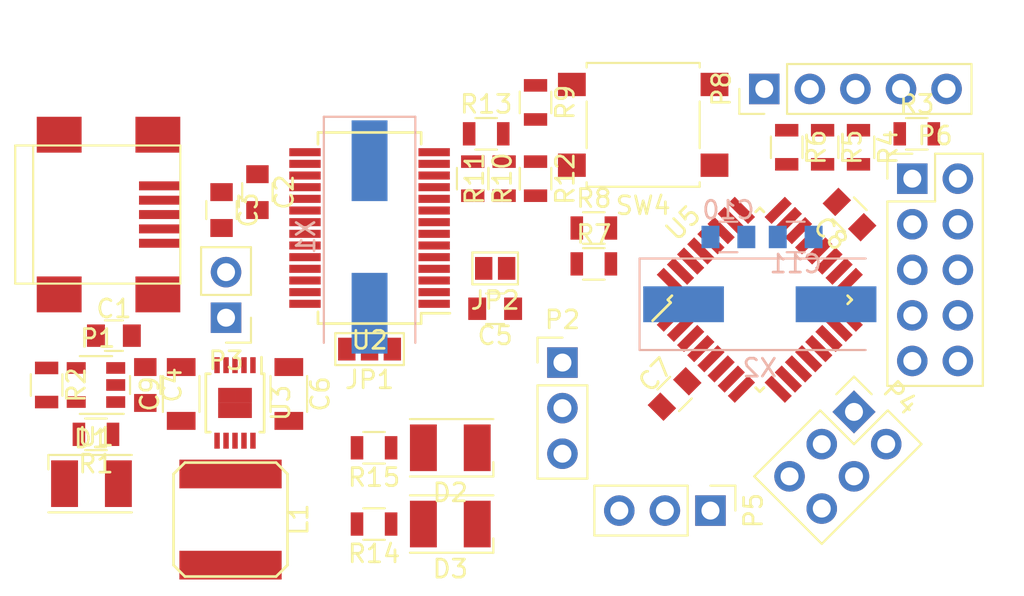
<source format=kicad_pcb>
(kicad_pcb (version 4) (host pcbnew 4.0.5)

  (general
    (links 125)
    (no_connects 125)
    (area 33.02619 73.175 133.654161 183.505)
    (thickness 1.6)
    (drawings 0)
    (tracks 0)
    (zones 0)
    (modules 46)
    (nets 46)
  )

  (page A4)
  (layers
    (0 F.Cu signal)
    (31 B.Cu signal)
    (32 B.Adhes user)
    (33 F.Adhes user)
    (34 B.Paste user)
    (35 F.Paste user)
    (36 B.SilkS user)
    (37 F.SilkS user)
    (38 B.Mask user)
    (39 F.Mask user)
    (40 Dwgs.User user)
    (41 Cmts.User user)
    (42 Eco1.User user)
    (43 Eco2.User user)
    (44 Edge.Cuts user)
    (45 Margin user)
    (46 B.CrtYd user)
    (47 F.CrtYd user)
    (48 B.Fab user)
    (49 F.Fab user)
  )

  (setup
    (last_trace_width 0.25)
    (trace_clearance 0.2)
    (zone_clearance 0.508)
    (zone_45_only no)
    (trace_min 0.2)
    (segment_width 0.2)
    (edge_width 0.15)
    (via_size 0.6)
    (via_drill 0.4)
    (via_min_size 0.4)
    (via_min_drill 0.3)
    (uvia_size 0.3)
    (uvia_drill 0.1)
    (uvias_allowed no)
    (uvia_min_size 0.2)
    (uvia_min_drill 0.1)
    (pcb_text_width 0.3)
    (pcb_text_size 1.5 1.5)
    (mod_edge_width 0.15)
    (mod_text_size 1 1)
    (mod_text_width 0.15)
    (pad_size 1.524 1.524)
    (pad_drill 0.762)
    (pad_to_mask_clearance 0.2)
    (aux_axis_origin 0 0)
    (visible_elements 7FFEFFFF)
    (pcbplotparams
      (layerselection 0x00030_80000001)
      (usegerberextensions false)
      (excludeedgelayer true)
      (linewidth 0.100000)
      (plotframeref false)
      (viasonmask false)
      (mode 1)
      (useauxorigin false)
      (hpglpennumber 1)
      (hpglpenspeed 20)
      (hpglpendiameter 15)
      (hpglpenoverlay 2)
      (psnegative false)
      (psa4output false)
      (plotreference true)
      (plotvalue true)
      (plotinvisibletext false)
      (padsonsilk false)
      (subtractmaskfromsilk false)
      (outputformat 1)
      (mirror false)
      (drillshape 1)
      (scaleselection 1)
      (outputdirectory ""))
  )

  (net 0 "")
  (net 1 "Net-(C1-Pad1)")
  (net 2 GND)
  (net 3 "Net-(C2-Pad1)")
  (net 4 "Net-(C3-Pad1)")
  (net 5 /VBatt)
  (net 6 /RESET)
  (net 7 "Net-(C5-Pad2)")
  (net 8 +3V3)
  (net 9 "Net-(C8-Pad1)")
  (net 10 "Net-(C10-Pad2)")
  (net 11 "Net-(C11-Pad2)")
  (net 12 "Net-(D1-Pad1)")
  (net 13 "Net-(D2-Pad1)")
  (net 14 "Net-(D3-Pad1)")
  (net 15 "Net-(JP1-Pad2)")
  (net 16 "Net-(JP2-Pad2)")
  (net 17 "Net-(L1-Pad1)")
  (net 18 "Net-(P1-Pad2)")
  (net 19 "Net-(P1-Pad3)")
  (net 20 "Net-(P2-Pad1)")
  (net 21 "Net-(P2-Pad2)")
  (net 22 /CLK)
  (net 23 /DO)
  (net 24 /DI)
  (net 25 "Net-(P5-Pad1)")
  (net 26 "Net-(P5-Pad2)")
  (net 27 "Net-(P6-Pad5)")
  (net 28 /CS)
  (net 29 /BTN_4)
  (net 30 /BTN_3)
  (net 31 /BTN_2)
  (net 32 /BTN_1)
  (net 33 "Net-(R1-Pad1)")
  (net 34 "Net-(R2-Pad2)")
  (net 35 "Net-(R7-Pad1)")
  (net 36 "Net-(R7-Pad2)")
  (net 37 "Net-(R8-Pad1)")
  (net 38 "Net-(R8-Pad2)")
  (net 39 "Net-(R10-Pad2)")
  (net 40 "Net-(R11-Pad2)")
  (net 41 "Net-(R13-Pad2)")
  (net 42 "Net-(U2-Pad27)")
  (net 43 "Net-(U2-Pad28)")
  (net 44 "Net-(D2-Pad2)")
  (net 45 "Net-(D3-Pad2)")

  (net_class Default "This is the default net class."
    (clearance 0.2)
    (trace_width 0.25)
    (via_dia 0.6)
    (via_drill 0.4)
    (uvia_dia 0.3)
    (uvia_drill 0.1)
    (add_net +3V3)
    (add_net /BTN_1)
    (add_net /BTN_2)
    (add_net /BTN_3)
    (add_net /BTN_4)
    (add_net /CLK)
    (add_net /CS)
    (add_net /DI)
    (add_net /DO)
    (add_net /RESET)
    (add_net /VBatt)
    (add_net GND)
    (add_net "Net-(C1-Pad1)")
    (add_net "Net-(C10-Pad2)")
    (add_net "Net-(C11-Pad2)")
    (add_net "Net-(C2-Pad1)")
    (add_net "Net-(C3-Pad1)")
    (add_net "Net-(C5-Pad2)")
    (add_net "Net-(C8-Pad1)")
    (add_net "Net-(D1-Pad1)")
    (add_net "Net-(D2-Pad1)")
    (add_net "Net-(D2-Pad2)")
    (add_net "Net-(D3-Pad1)")
    (add_net "Net-(D3-Pad2)")
    (add_net "Net-(JP1-Pad2)")
    (add_net "Net-(JP2-Pad2)")
    (add_net "Net-(L1-Pad1)")
    (add_net "Net-(P1-Pad2)")
    (add_net "Net-(P1-Pad3)")
    (add_net "Net-(P2-Pad1)")
    (add_net "Net-(P2-Pad2)")
    (add_net "Net-(P5-Pad1)")
    (add_net "Net-(P5-Pad2)")
    (add_net "Net-(P6-Pad5)")
    (add_net "Net-(R1-Pad1)")
    (add_net "Net-(R10-Pad2)")
    (add_net "Net-(R11-Pad2)")
    (add_net "Net-(R13-Pad2)")
    (add_net "Net-(R2-Pad2)")
    (add_net "Net-(R7-Pad1)")
    (add_net "Net-(R7-Pad2)")
    (add_net "Net-(R8-Pad1)")
    (add_net "Net-(R8-Pad2)")
    (add_net "Net-(U2-Pad27)")
    (add_net "Net-(U2-Pad28)")
  )

  (module Capacitors_SMD:C_0805 (layer F.Cu) (tedit 58AA8463) (tstamp 58AC50FC)
    (at 88.5 88)
    (descr "Capacitor SMD 0805, reflow soldering, AVX (see smccp.pdf)")
    (tags "capacitor 0805")
    (path /58885F04)
    (attr smd)
    (fp_text reference C1 (at 0 -1.5) (layer F.SilkS)
      (effects (font (size 1 1) (thickness 0.15)))
    )
    (fp_text value 4.7uF (at 0 1.75) (layer F.Fab)
      (effects (font (size 1 1) (thickness 0.15)))
    )
    (fp_text user %R (at 0 -1.5) (layer F.Fab)
      (effects (font (size 1 1) (thickness 0.15)))
    )
    (fp_line (start -1 0.62) (end -1 -0.62) (layer F.Fab) (width 0.1))
    (fp_line (start 1 0.62) (end -1 0.62) (layer F.Fab) (width 0.1))
    (fp_line (start 1 -0.62) (end 1 0.62) (layer F.Fab) (width 0.1))
    (fp_line (start -1 -0.62) (end 1 -0.62) (layer F.Fab) (width 0.1))
    (fp_line (start 0.5 -0.85) (end -0.5 -0.85) (layer F.SilkS) (width 0.12))
    (fp_line (start -0.5 0.85) (end 0.5 0.85) (layer F.SilkS) (width 0.12))
    (fp_line (start -1.75 -0.88) (end 1.75 -0.88) (layer F.CrtYd) (width 0.05))
    (fp_line (start -1.75 -0.88) (end -1.75 0.87) (layer F.CrtYd) (width 0.05))
    (fp_line (start 1.75 0.87) (end 1.75 -0.88) (layer F.CrtYd) (width 0.05))
    (fp_line (start 1.75 0.87) (end -1.75 0.87) (layer F.CrtYd) (width 0.05))
    (pad 1 smd rect (at -1 0) (size 1 1.25) (layers F.Cu F.Paste F.Mask)
      (net 1 "Net-(C1-Pad1)"))
    (pad 2 smd rect (at 1 0) (size 1 1.25) (layers F.Cu F.Paste F.Mask)
      (net 2 GND))
    (model Capacitors_SMD.3dshapes/C_0805.wrl
      (at (xyz 0 0 0))
      (scale (xyz 1 1 1))
      (rotate (xyz 0 0 0))
    )
  )

  (module Capacitors_SMD:C_0805 (layer F.Cu) (tedit 58AA8463) (tstamp 58AC510D)
    (at 96.5 80 270)
    (descr "Capacitor SMD 0805, reflow soldering, AVX (see smccp.pdf)")
    (tags "capacitor 0805")
    (path /58815C2D)
    (attr smd)
    (fp_text reference C2 (at 0 -1.5 270) (layer F.SilkS)
      (effects (font (size 1 1) (thickness 0.15)))
    )
    (fp_text value 100nF (at 0 1.75 270) (layer F.Fab)
      (effects (font (size 1 1) (thickness 0.15)))
    )
    (fp_text user %R (at 0 -1.5 270) (layer F.Fab)
      (effects (font (size 1 1) (thickness 0.15)))
    )
    (fp_line (start -1 0.62) (end -1 -0.62) (layer F.Fab) (width 0.1))
    (fp_line (start 1 0.62) (end -1 0.62) (layer F.Fab) (width 0.1))
    (fp_line (start 1 -0.62) (end 1 0.62) (layer F.Fab) (width 0.1))
    (fp_line (start -1 -0.62) (end 1 -0.62) (layer F.Fab) (width 0.1))
    (fp_line (start 0.5 -0.85) (end -0.5 -0.85) (layer F.SilkS) (width 0.12))
    (fp_line (start -0.5 0.85) (end 0.5 0.85) (layer F.SilkS) (width 0.12))
    (fp_line (start -1.75 -0.88) (end 1.75 -0.88) (layer F.CrtYd) (width 0.05))
    (fp_line (start -1.75 -0.88) (end -1.75 0.87) (layer F.CrtYd) (width 0.05))
    (fp_line (start 1.75 0.87) (end 1.75 -0.88) (layer F.CrtYd) (width 0.05))
    (fp_line (start 1.75 0.87) (end -1.75 0.87) (layer F.CrtYd) (width 0.05))
    (pad 1 smd rect (at -1 0 270) (size 1 1.25) (layers F.Cu F.Paste F.Mask)
      (net 3 "Net-(C2-Pad1)"))
    (pad 2 smd rect (at 1 0 270) (size 1 1.25) (layers F.Cu F.Paste F.Mask)
      (net 2 GND))
    (model Capacitors_SMD.3dshapes/C_0805.wrl
      (at (xyz 0 0 0))
      (scale (xyz 1 1 1))
      (rotate (xyz 0 0 0))
    )
  )

  (module Capacitors_SMD:C_0805 (layer F.Cu) (tedit 58AA8463) (tstamp 58AC511E)
    (at 94.5 81 270)
    (descr "Capacitor SMD 0805, reflow soldering, AVX (see smccp.pdf)")
    (tags "capacitor 0805")
    (path /5891B8EF)
    (attr smd)
    (fp_text reference C3 (at 0 -1.5 270) (layer F.SilkS)
      (effects (font (size 1 1) (thickness 0.15)))
    )
    (fp_text value 100nF (at 0 1.75 270) (layer F.Fab)
      (effects (font (size 1 1) (thickness 0.15)))
    )
    (fp_text user %R (at 0 -1.5 270) (layer F.Fab)
      (effects (font (size 1 1) (thickness 0.15)))
    )
    (fp_line (start -1 0.62) (end -1 -0.62) (layer F.Fab) (width 0.1))
    (fp_line (start 1 0.62) (end -1 0.62) (layer F.Fab) (width 0.1))
    (fp_line (start 1 -0.62) (end 1 0.62) (layer F.Fab) (width 0.1))
    (fp_line (start -1 -0.62) (end 1 -0.62) (layer F.Fab) (width 0.1))
    (fp_line (start 0.5 -0.85) (end -0.5 -0.85) (layer F.SilkS) (width 0.12))
    (fp_line (start -0.5 0.85) (end 0.5 0.85) (layer F.SilkS) (width 0.12))
    (fp_line (start -1.75 -0.88) (end 1.75 -0.88) (layer F.CrtYd) (width 0.05))
    (fp_line (start -1.75 -0.88) (end -1.75 0.87) (layer F.CrtYd) (width 0.05))
    (fp_line (start 1.75 0.87) (end 1.75 -0.88) (layer F.CrtYd) (width 0.05))
    (fp_line (start 1.75 0.87) (end -1.75 0.87) (layer F.CrtYd) (width 0.05))
    (pad 1 smd rect (at -1 0 270) (size 1 1.25) (layers F.Cu F.Paste F.Mask)
      (net 4 "Net-(C3-Pad1)"))
    (pad 2 smd rect (at 1 0 270) (size 1 1.25) (layers F.Cu F.Paste F.Mask)
      (net 2 GND))
    (model Capacitors_SMD.3dshapes/C_0805.wrl
      (at (xyz 0 0 0))
      (scale (xyz 1 1 1))
      (rotate (xyz 0 0 0))
    )
  )

  (module Capacitors_SMD:C_0805 (layer F.Cu) (tedit 58AA8463) (tstamp 58AC512F)
    (at 90.25 90.75 270)
    (descr "Capacitor SMD 0805, reflow soldering, AVX (see smccp.pdf)")
    (tags "capacitor 0805")
    (path /5888837D)
    (attr smd)
    (fp_text reference C4 (at 0 -1.5 270) (layer F.SilkS)
      (effects (font (size 1 1) (thickness 0.15)))
    )
    (fp_text value 4.7uF (at 0 1.75 270) (layer F.Fab)
      (effects (font (size 1 1) (thickness 0.15)))
    )
    (fp_text user %R (at 0 -1.5 270) (layer F.Fab)
      (effects (font (size 1 1) (thickness 0.15)))
    )
    (fp_line (start -1 0.62) (end -1 -0.62) (layer F.Fab) (width 0.1))
    (fp_line (start 1 0.62) (end -1 0.62) (layer F.Fab) (width 0.1))
    (fp_line (start 1 -0.62) (end 1 0.62) (layer F.Fab) (width 0.1))
    (fp_line (start -1 -0.62) (end 1 -0.62) (layer F.Fab) (width 0.1))
    (fp_line (start 0.5 -0.85) (end -0.5 -0.85) (layer F.SilkS) (width 0.12))
    (fp_line (start -0.5 0.85) (end 0.5 0.85) (layer F.SilkS) (width 0.12))
    (fp_line (start -1.75 -0.88) (end 1.75 -0.88) (layer F.CrtYd) (width 0.05))
    (fp_line (start -1.75 -0.88) (end -1.75 0.87) (layer F.CrtYd) (width 0.05))
    (fp_line (start 1.75 0.87) (end 1.75 -0.88) (layer F.CrtYd) (width 0.05))
    (fp_line (start 1.75 0.87) (end -1.75 0.87) (layer F.CrtYd) (width 0.05))
    (pad 1 smd rect (at -1 0 270) (size 1 1.25) (layers F.Cu F.Paste F.Mask)
      (net 5 /VBatt))
    (pad 2 smd rect (at 1 0 270) (size 1 1.25) (layers F.Cu F.Paste F.Mask)
      (net 2 GND))
    (model Capacitors_SMD.3dshapes/C_0805.wrl
      (at (xyz 0 0 0))
      (scale (xyz 1 1 1))
      (rotate (xyz 0 0 0))
    )
  )

  (module Capacitors_SMD:C_0805 (layer F.Cu) (tedit 58AA8463) (tstamp 58AC5140)
    (at 109.75 86.5 180)
    (descr "Capacitor SMD 0805, reflow soldering, AVX (see smccp.pdf)")
    (tags "capacitor 0805")
    (path /5891E9F8)
    (attr smd)
    (fp_text reference C5 (at 0 -1.5 180) (layer F.SilkS)
      (effects (font (size 1 1) (thickness 0.15)))
    )
    (fp_text value 100nF (at 0 1.75 180) (layer F.Fab)
      (effects (font (size 1 1) (thickness 0.15)))
    )
    (fp_text user %R (at 0 -1.5 180) (layer F.Fab)
      (effects (font (size 1 1) (thickness 0.15)))
    )
    (fp_line (start -1 0.62) (end -1 -0.62) (layer F.Fab) (width 0.1))
    (fp_line (start 1 0.62) (end -1 0.62) (layer F.Fab) (width 0.1))
    (fp_line (start 1 -0.62) (end 1 0.62) (layer F.Fab) (width 0.1))
    (fp_line (start -1 -0.62) (end 1 -0.62) (layer F.Fab) (width 0.1))
    (fp_line (start 0.5 -0.85) (end -0.5 -0.85) (layer F.SilkS) (width 0.12))
    (fp_line (start -0.5 0.85) (end 0.5 0.85) (layer F.SilkS) (width 0.12))
    (fp_line (start -1.75 -0.88) (end 1.75 -0.88) (layer F.CrtYd) (width 0.05))
    (fp_line (start -1.75 -0.88) (end -1.75 0.87) (layer F.CrtYd) (width 0.05))
    (fp_line (start 1.75 0.87) (end 1.75 -0.88) (layer F.CrtYd) (width 0.05))
    (fp_line (start 1.75 0.87) (end -1.75 0.87) (layer F.CrtYd) (width 0.05))
    (pad 1 smd rect (at -1 0 180) (size 1 1.25) (layers F.Cu F.Paste F.Mask)
      (net 6 /RESET))
    (pad 2 smd rect (at 1 0 180) (size 1 1.25) (layers F.Cu F.Paste F.Mask)
      (net 7 "Net-(C5-Pad2)"))
    (model Capacitors_SMD.3dshapes/C_0805.wrl
      (at (xyz 0 0 0))
      (scale (xyz 1 1 1))
      (rotate (xyz 0 0 0))
    )
  )

  (module Capacitors_SMD:C_1206 (layer F.Cu) (tedit 58AA84B8) (tstamp 58AC5151)
    (at 98.25 91.25 270)
    (descr "Capacitor SMD 1206, reflow soldering, AVX (see smccp.pdf)")
    (tags "capacitor 1206")
    (path /588996E9)
    (attr smd)
    (fp_text reference C6 (at 0 -1.75 270) (layer F.SilkS)
      (effects (font (size 1 1) (thickness 0.15)))
    )
    (fp_text value 22uF (at 0 2 270) (layer F.Fab)
      (effects (font (size 1 1) (thickness 0.15)))
    )
    (fp_text user %R (at 0 -1.75 270) (layer F.Fab)
      (effects (font (size 1 1) (thickness 0.15)))
    )
    (fp_line (start -1.6 0.8) (end -1.6 -0.8) (layer F.Fab) (width 0.1))
    (fp_line (start 1.6 0.8) (end -1.6 0.8) (layer F.Fab) (width 0.1))
    (fp_line (start 1.6 -0.8) (end 1.6 0.8) (layer F.Fab) (width 0.1))
    (fp_line (start -1.6 -0.8) (end 1.6 -0.8) (layer F.Fab) (width 0.1))
    (fp_line (start 1 -1.02) (end -1 -1.02) (layer F.SilkS) (width 0.12))
    (fp_line (start -1 1.02) (end 1 1.02) (layer F.SilkS) (width 0.12))
    (fp_line (start -2.25 -1.05) (end 2.25 -1.05) (layer F.CrtYd) (width 0.05))
    (fp_line (start -2.25 -1.05) (end -2.25 1.05) (layer F.CrtYd) (width 0.05))
    (fp_line (start 2.25 1.05) (end 2.25 -1.05) (layer F.CrtYd) (width 0.05))
    (fp_line (start 2.25 1.05) (end -2.25 1.05) (layer F.CrtYd) (width 0.05))
    (pad 1 smd rect (at -1.5 0 270) (size 1 1.6) (layers F.Cu F.Paste F.Mask)
      (net 5 /VBatt))
    (pad 2 smd rect (at 1.5 0 270) (size 1 1.6) (layers F.Cu F.Paste F.Mask)
      (net 2 GND))
    (model Capacitors_SMD.3dshapes/C_1206.wrl
      (at (xyz 0 0 0))
      (scale (xyz 1 1 1))
      (rotate (xyz 0 0 0))
    )
  )

  (module Capacitors_SMD:C_0805 (layer F.Cu) (tedit 58AA8463) (tstamp 58AC5162)
    (at 119.75 91.25 45)
    (descr "Capacitor SMD 0805, reflow soldering, AVX (see smccp.pdf)")
    (tags "capacitor 0805")
    (path /58825549)
    (attr smd)
    (fp_text reference C7 (at 0 -1.5 45) (layer F.SilkS)
      (effects (font (size 1 1) (thickness 0.15)))
    )
    (fp_text value 100nF (at 0 1.75 45) (layer F.Fab)
      (effects (font (size 1 1) (thickness 0.15)))
    )
    (fp_text user %R (at 0 -1.5 45) (layer F.Fab)
      (effects (font (size 1 1) (thickness 0.15)))
    )
    (fp_line (start -1 0.62) (end -1 -0.62) (layer F.Fab) (width 0.1))
    (fp_line (start 1 0.62) (end -1 0.62) (layer F.Fab) (width 0.1))
    (fp_line (start 1 -0.62) (end 1 0.62) (layer F.Fab) (width 0.1))
    (fp_line (start -1 -0.62) (end 1 -0.62) (layer F.Fab) (width 0.1))
    (fp_line (start 0.5 -0.85) (end -0.5 -0.85) (layer F.SilkS) (width 0.12))
    (fp_line (start -0.5 0.85) (end 0.5 0.85) (layer F.SilkS) (width 0.12))
    (fp_line (start -1.75 -0.88) (end 1.75 -0.88) (layer F.CrtYd) (width 0.05))
    (fp_line (start -1.75 -0.88) (end -1.75 0.87) (layer F.CrtYd) (width 0.05))
    (fp_line (start 1.75 0.87) (end 1.75 -0.88) (layer F.CrtYd) (width 0.05))
    (fp_line (start 1.75 0.87) (end -1.75 0.87) (layer F.CrtYd) (width 0.05))
    (pad 1 smd rect (at -1 0 45) (size 1 1.25) (layers F.Cu F.Paste F.Mask)
      (net 2 GND))
    (pad 2 smd rect (at 1 0 45) (size 1 1.25) (layers F.Cu F.Paste F.Mask)
      (net 8 +3V3))
    (model Capacitors_SMD.3dshapes/C_0805.wrl
      (at (xyz 0 0 0))
      (scale (xyz 1 1 1))
      (rotate (xyz 0 0 0))
    )
  )

  (module Capacitors_SMD:C_0805 (layer F.Cu) (tedit 58AA8463) (tstamp 58AC5173)
    (at 129.5 81.25 135)
    (descr "Capacitor SMD 0805, reflow soldering, AVX (see smccp.pdf)")
    (tags "capacitor 0805")
    (path /5891C141)
    (attr smd)
    (fp_text reference C8 (at 0 -1.5 135) (layer F.SilkS)
      (effects (font (size 1 1) (thickness 0.15)))
    )
    (fp_text value 100nF (at 0 1.75 135) (layer F.Fab)
      (effects (font (size 1 1) (thickness 0.15)))
    )
    (fp_text user %R (at 0 -1.5 135) (layer F.Fab)
      (effects (font (size 1 1) (thickness 0.15)))
    )
    (fp_line (start -1 0.62) (end -1 -0.62) (layer F.Fab) (width 0.1))
    (fp_line (start 1 0.62) (end -1 0.62) (layer F.Fab) (width 0.1))
    (fp_line (start 1 -0.62) (end 1 0.62) (layer F.Fab) (width 0.1))
    (fp_line (start -1 -0.62) (end 1 -0.62) (layer F.Fab) (width 0.1))
    (fp_line (start 0.5 -0.85) (end -0.5 -0.85) (layer F.SilkS) (width 0.12))
    (fp_line (start -0.5 0.85) (end 0.5 0.85) (layer F.SilkS) (width 0.12))
    (fp_line (start -1.75 -0.88) (end 1.75 -0.88) (layer F.CrtYd) (width 0.05))
    (fp_line (start -1.75 -0.88) (end -1.75 0.87) (layer F.CrtYd) (width 0.05))
    (fp_line (start 1.75 0.87) (end 1.75 -0.88) (layer F.CrtYd) (width 0.05))
    (fp_line (start 1.75 0.87) (end -1.75 0.87) (layer F.CrtYd) (width 0.05))
    (pad 1 smd rect (at -1 0 135) (size 1 1.25) (layers F.Cu F.Paste F.Mask)
      (net 9 "Net-(C8-Pad1)"))
    (pad 2 smd rect (at 1 0 135) (size 1 1.25) (layers F.Cu F.Paste F.Mask)
      (net 2 GND))
    (model Capacitors_SMD.3dshapes/C_0805.wrl
      (at (xyz 0 0 0))
      (scale (xyz 1 1 1))
      (rotate (xyz 0 0 0))
    )
  )

  (module Capacitors_SMD:C_1206 (layer F.Cu) (tedit 58AA84B8) (tstamp 58AC5184)
    (at 92.25 91.25 90)
    (descr "Capacitor SMD 1206, reflow soldering, AVX (see smccp.pdf)")
    (tags "capacitor 1206")
    (path /5889990B)
    (attr smd)
    (fp_text reference C9 (at 0 -1.75 90) (layer F.SilkS)
      (effects (font (size 1 1) (thickness 0.15)))
    )
    (fp_text value 22uF (at 0 2 90) (layer F.Fab)
      (effects (font (size 1 1) (thickness 0.15)))
    )
    (fp_text user %R (at 0 -1.75 90) (layer F.Fab)
      (effects (font (size 1 1) (thickness 0.15)))
    )
    (fp_line (start -1.6 0.8) (end -1.6 -0.8) (layer F.Fab) (width 0.1))
    (fp_line (start 1.6 0.8) (end -1.6 0.8) (layer F.Fab) (width 0.1))
    (fp_line (start 1.6 -0.8) (end 1.6 0.8) (layer F.Fab) (width 0.1))
    (fp_line (start -1.6 -0.8) (end 1.6 -0.8) (layer F.Fab) (width 0.1))
    (fp_line (start 1 -1.02) (end -1 -1.02) (layer F.SilkS) (width 0.12))
    (fp_line (start -1 1.02) (end 1 1.02) (layer F.SilkS) (width 0.12))
    (fp_line (start -2.25 -1.05) (end 2.25 -1.05) (layer F.CrtYd) (width 0.05))
    (fp_line (start -2.25 -1.05) (end -2.25 1.05) (layer F.CrtYd) (width 0.05))
    (fp_line (start 2.25 1.05) (end 2.25 -1.05) (layer F.CrtYd) (width 0.05))
    (fp_line (start 2.25 1.05) (end -2.25 1.05) (layer F.CrtYd) (width 0.05))
    (pad 1 smd rect (at -1.5 0 90) (size 1 1.6) (layers F.Cu F.Paste F.Mask)
      (net 8 +3V3))
    (pad 2 smd rect (at 1.5 0 90) (size 1 1.6) (layers F.Cu F.Paste F.Mask)
      (net 2 GND))
    (model Capacitors_SMD.3dshapes/C_1206.wrl
      (at (xyz 0 0 0))
      (scale (xyz 1 1 1))
      (rotate (xyz 0 0 0))
    )
  )

  (module Capacitors_SMD:C_0805 (layer B.Cu) (tedit 58AA8463) (tstamp 58AC5195)
    (at 122.75 82.5 180)
    (descr "Capacitor SMD 0805, reflow soldering, AVX (see smccp.pdf)")
    (tags "capacitor 0805")
    (path /58819B31)
    (attr smd)
    (fp_text reference C10 (at 0 1.5 180) (layer B.SilkS)
      (effects (font (size 1 1) (thickness 0.15)) (justify mirror))
    )
    (fp_text value 22pF (at 0 -1.75 180) (layer B.Fab)
      (effects (font (size 1 1) (thickness 0.15)) (justify mirror))
    )
    (fp_text user %R (at 0 1.5 180) (layer B.Fab)
      (effects (font (size 1 1) (thickness 0.15)) (justify mirror))
    )
    (fp_line (start -1 -0.62) (end -1 0.62) (layer B.Fab) (width 0.1))
    (fp_line (start 1 -0.62) (end -1 -0.62) (layer B.Fab) (width 0.1))
    (fp_line (start 1 0.62) (end 1 -0.62) (layer B.Fab) (width 0.1))
    (fp_line (start -1 0.62) (end 1 0.62) (layer B.Fab) (width 0.1))
    (fp_line (start 0.5 0.85) (end -0.5 0.85) (layer B.SilkS) (width 0.12))
    (fp_line (start -0.5 -0.85) (end 0.5 -0.85) (layer B.SilkS) (width 0.12))
    (fp_line (start -1.75 0.88) (end 1.75 0.88) (layer B.CrtYd) (width 0.05))
    (fp_line (start -1.75 0.88) (end -1.75 -0.87) (layer B.CrtYd) (width 0.05))
    (fp_line (start 1.75 -0.87) (end 1.75 0.88) (layer B.CrtYd) (width 0.05))
    (fp_line (start 1.75 -0.87) (end -1.75 -0.87) (layer B.CrtYd) (width 0.05))
    (pad 1 smd rect (at -1 0 180) (size 1 1.25) (layers B.Cu B.Paste B.Mask)
      (net 2 GND))
    (pad 2 smd rect (at 1 0 180) (size 1 1.25) (layers B.Cu B.Paste B.Mask)
      (net 10 "Net-(C10-Pad2)"))
    (model Capacitors_SMD.3dshapes/C_0805.wrl
      (at (xyz 0 0 0))
      (scale (xyz 1 1 1))
      (rotate (xyz 0 0 0))
    )
  )

  (module Capacitors_SMD:C_0805 (layer B.Cu) (tedit 58AA8463) (tstamp 58AC51A6)
    (at 126.5 82.5)
    (descr "Capacitor SMD 0805, reflow soldering, AVX (see smccp.pdf)")
    (tags "capacitor 0805")
    (path /58819C1C)
    (attr smd)
    (fp_text reference C11 (at 0 1.5) (layer B.SilkS)
      (effects (font (size 1 1) (thickness 0.15)) (justify mirror))
    )
    (fp_text value 22pF (at 0 -1.75) (layer B.Fab)
      (effects (font (size 1 1) (thickness 0.15)) (justify mirror))
    )
    (fp_text user %R (at 0 1.5) (layer B.Fab)
      (effects (font (size 1 1) (thickness 0.15)) (justify mirror))
    )
    (fp_line (start -1 -0.62) (end -1 0.62) (layer B.Fab) (width 0.1))
    (fp_line (start 1 -0.62) (end -1 -0.62) (layer B.Fab) (width 0.1))
    (fp_line (start 1 0.62) (end 1 -0.62) (layer B.Fab) (width 0.1))
    (fp_line (start -1 0.62) (end 1 0.62) (layer B.Fab) (width 0.1))
    (fp_line (start 0.5 0.85) (end -0.5 0.85) (layer B.SilkS) (width 0.12))
    (fp_line (start -0.5 -0.85) (end 0.5 -0.85) (layer B.SilkS) (width 0.12))
    (fp_line (start -1.75 0.88) (end 1.75 0.88) (layer B.CrtYd) (width 0.05))
    (fp_line (start -1.75 0.88) (end -1.75 -0.87) (layer B.CrtYd) (width 0.05))
    (fp_line (start 1.75 -0.87) (end 1.75 0.88) (layer B.CrtYd) (width 0.05))
    (fp_line (start 1.75 -0.87) (end -1.75 -0.87) (layer B.CrtYd) (width 0.05))
    (pad 1 smd rect (at -1 0) (size 1 1.25) (layers B.Cu B.Paste B.Mask)
      (net 2 GND))
    (pad 2 smd rect (at 1 0) (size 1 1.25) (layers B.Cu B.Paste B.Mask)
      (net 11 "Net-(C11-Pad2)"))
    (model Capacitors_SMD.3dshapes/C_0805.wrl
      (at (xyz 0 0 0))
      (scale (xyz 1 1 1))
      (rotate (xyz 0 0 0))
    )
  )

  (module LEDs:LED_PLCC-2 (layer F.Cu) (tedit 5860D51E) (tstamp 58AC51B9)
    (at 87.25 96.25)
    (descr "LED PLCC-2 SMD package")
    (tags "LED PLCC-2 SMD")
    (path /589137FD)
    (attr smd)
    (fp_text reference D1 (at 0 -2.5) (layer F.SilkS)
      (effects (font (size 1 1) (thickness 0.15)))
    )
    (fp_text value LED (at 0 2.5) (layer F.Fab)
      (effects (font (size 1 1) (thickness 0.15)))
    )
    (fp_circle (center 0 0) (end 0 -1.25) (layer F.Fab) (width 0.1))
    (fp_line (start -1.7 -0.6) (end -0.8 -1.5) (layer F.Fab) (width 0.1))
    (fp_line (start 1.7 1.5) (end 1.7 -1.5) (layer F.Fab) (width 0.1))
    (fp_line (start 1.7 -1.5) (end -1.7 -1.5) (layer F.Fab) (width 0.1))
    (fp_line (start -1.7 -1.5) (end -1.7 1.5) (layer F.Fab) (width 0.1))
    (fp_line (start -1.7 1.5) (end 1.7 1.5) (layer F.Fab) (width 0.1))
    (fp_line (start -2.65 -1.85) (end 2.5 -1.85) (layer F.CrtYd) (width 0.05))
    (fp_line (start 2.5 -1.85) (end 2.5 1.85) (layer F.CrtYd) (width 0.05))
    (fp_line (start 2.5 1.85) (end -2.65 1.85) (layer F.CrtYd) (width 0.05))
    (fp_line (start -2.65 1.85) (end -2.65 -1.85) (layer F.CrtYd) (width 0.05))
    (fp_line (start 2.25 1.6) (end -2.4 1.6) (layer F.SilkS) (width 0.12))
    (fp_line (start 2.25 -1.6) (end -2.4 -1.6) (layer F.SilkS) (width 0.12))
    (fp_line (start -2.4 -1.6) (end -2.4 -0.8) (layer F.SilkS) (width 0.12))
    (pad 1 smd rect (at -1.5 0) (size 1.5 2.6) (layers F.Cu F.Paste F.Mask)
      (net 12 "Net-(D1-Pad1)"))
    (pad 2 smd rect (at 1.5 0) (size 1.5 2.6) (layers F.Cu F.Paste F.Mask)
      (net 1 "Net-(C1-Pad1)"))
  )

  (module LEDs:LED_PLCC-2 (layer F.Cu) (tedit 5860D51E) (tstamp 58AC51CC)
    (at 107.25 94.25 180)
    (descr "LED PLCC-2 SMD package")
    (tags "LED PLCC-2 SMD")
    (path /5881DC19)
    (attr smd)
    (fp_text reference D2 (at 0 -2.5 180) (layer F.SilkS)
      (effects (font (size 1 1) (thickness 0.15)))
    )
    (fp_text value LED (at 0 2.5 180) (layer F.Fab)
      (effects (font (size 1 1) (thickness 0.15)))
    )
    (fp_circle (center 0 0) (end 0 -1.25) (layer F.Fab) (width 0.1))
    (fp_line (start -1.7 -0.6) (end -0.8 -1.5) (layer F.Fab) (width 0.1))
    (fp_line (start 1.7 1.5) (end 1.7 -1.5) (layer F.Fab) (width 0.1))
    (fp_line (start 1.7 -1.5) (end -1.7 -1.5) (layer F.Fab) (width 0.1))
    (fp_line (start -1.7 -1.5) (end -1.7 1.5) (layer F.Fab) (width 0.1))
    (fp_line (start -1.7 1.5) (end 1.7 1.5) (layer F.Fab) (width 0.1))
    (fp_line (start -2.65 -1.85) (end 2.5 -1.85) (layer F.CrtYd) (width 0.05))
    (fp_line (start 2.5 -1.85) (end 2.5 1.85) (layer F.CrtYd) (width 0.05))
    (fp_line (start 2.5 1.85) (end -2.65 1.85) (layer F.CrtYd) (width 0.05))
    (fp_line (start -2.65 1.85) (end -2.65 -1.85) (layer F.CrtYd) (width 0.05))
    (fp_line (start 2.25 1.6) (end -2.4 1.6) (layer F.SilkS) (width 0.12))
    (fp_line (start 2.25 -1.6) (end -2.4 -1.6) (layer F.SilkS) (width 0.12))
    (fp_line (start -2.4 -1.6) (end -2.4 -0.8) (layer F.SilkS) (width 0.12))
    (pad 1 smd rect (at -1.5 0 180) (size 1.5 2.6) (layers F.Cu F.Paste F.Mask)
      (net 13 "Net-(D2-Pad1)"))
    (pad 2 smd rect (at 1.5 0 180) (size 1.5 2.6) (layers F.Cu F.Paste F.Mask)
      (net 44 "Net-(D2-Pad2)"))
  )

  (module LEDs:LED_PLCC-2 (layer F.Cu) (tedit 5860D51E) (tstamp 58AC51DF)
    (at 107.25 98.5 180)
    (descr "LED PLCC-2 SMD package")
    (tags "LED PLCC-2 SMD")
    (path /58912C50)
    (attr smd)
    (fp_text reference D3 (at 0 -2.5 180) (layer F.SilkS)
      (effects (font (size 1 1) (thickness 0.15)))
    )
    (fp_text value LED (at 0 2.5 180) (layer F.Fab)
      (effects (font (size 1 1) (thickness 0.15)))
    )
    (fp_circle (center 0 0) (end 0 -1.25) (layer F.Fab) (width 0.1))
    (fp_line (start -1.7 -0.6) (end -0.8 -1.5) (layer F.Fab) (width 0.1))
    (fp_line (start 1.7 1.5) (end 1.7 -1.5) (layer F.Fab) (width 0.1))
    (fp_line (start 1.7 -1.5) (end -1.7 -1.5) (layer F.Fab) (width 0.1))
    (fp_line (start -1.7 -1.5) (end -1.7 1.5) (layer F.Fab) (width 0.1))
    (fp_line (start -1.7 1.5) (end 1.7 1.5) (layer F.Fab) (width 0.1))
    (fp_line (start -2.65 -1.85) (end 2.5 -1.85) (layer F.CrtYd) (width 0.05))
    (fp_line (start 2.5 -1.85) (end 2.5 1.85) (layer F.CrtYd) (width 0.05))
    (fp_line (start 2.5 1.85) (end -2.65 1.85) (layer F.CrtYd) (width 0.05))
    (fp_line (start -2.65 1.85) (end -2.65 -1.85) (layer F.CrtYd) (width 0.05))
    (fp_line (start 2.25 1.6) (end -2.4 1.6) (layer F.SilkS) (width 0.12))
    (fp_line (start 2.25 -1.6) (end -2.4 -1.6) (layer F.SilkS) (width 0.12))
    (fp_line (start -2.4 -1.6) (end -2.4 -0.8) (layer F.SilkS) (width 0.12))
    (pad 1 smd rect (at -1.5 0 180) (size 1.5 2.6) (layers F.Cu F.Paste F.Mask)
      (net 14 "Net-(D3-Pad1)"))
    (pad 2 smd rect (at 1.5 0 180) (size 1.5 2.6) (layers F.Cu F.Paste F.Mask)
      (net 45 "Net-(D3-Pad2)"))
  )

  (module Connectors:GS3 (layer F.Cu) (tedit 58613494) (tstamp 58AC51EE)
    (at 102.75 88.75 90)
    (descr "3-pin solder bridge")
    (tags "solder bridge")
    (path /58817926)
    (attr smd)
    (fp_text reference JP1 (at -1.7 0 180) (layer F.SilkS)
      (effects (font (size 1 1) (thickness 0.15)))
    )
    (fp_text value Jumper3 (at 1.8 0 180) (layer F.Fab)
      (effects (font (size 1 1) (thickness 0.15)))
    )
    (fp_line (start -1.15 -2.15) (end 1.15 -2.15) (layer F.CrtYd) (width 0.05))
    (fp_line (start 1.15 -2.15) (end 1.15 2.15) (layer F.CrtYd) (width 0.05))
    (fp_line (start 1.15 2.15) (end -1.15 2.15) (layer F.CrtYd) (width 0.05))
    (fp_line (start -1.15 2.15) (end -1.15 -2.15) (layer F.CrtYd) (width 0.05))
    (fp_line (start -0.89 -1.91) (end -0.89 1.91) (layer F.SilkS) (width 0.12))
    (fp_line (start -0.89 1.91) (end 0.89 1.91) (layer F.SilkS) (width 0.12))
    (fp_line (start 0.89 1.91) (end 0.89 -1.91) (layer F.SilkS) (width 0.12))
    (fp_line (start -0.89 -1.91) (end 0.89 -1.91) (layer F.SilkS) (width 0.12))
    (pad 1 smd rect (at 0 -1.27 90) (size 1.27 0.97) (layers F.Cu F.Paste F.Mask)
      (net 8 +3V3))
    (pad 2 smd rect (at 0 0 90) (size 1.27 0.97) (layers F.Cu F.Paste F.Mask)
      (net 15 "Net-(JP1-Pad2)"))
    (pad 3 smd rect (at 0 1.27 90) (size 1.27 0.97) (layers F.Cu F.Paste F.Mask)
      (net 1 "Net-(C1-Pad1)"))
  )

  (module Connectors:GS2 (layer F.Cu) (tedit 586134A1) (tstamp 58AC51FC)
    (at 109.75 84.25 270)
    (descr "2-pin solder bridge")
    (tags "solder bridge")
    (path /588171AD)
    (attr smd)
    (fp_text reference JP2 (at 1.78 0 360) (layer F.SilkS)
      (effects (font (size 1 1) (thickness 0.15)))
    )
    (fp_text value Jumper (at -1.8 0 360) (layer F.Fab)
      (effects (font (size 1 1) (thickness 0.15)))
    )
    (fp_line (start 1.1 -1.45) (end 1.1 1.5) (layer F.CrtYd) (width 0.05))
    (fp_line (start 1.1 1.5) (end -1.1 1.5) (layer F.CrtYd) (width 0.05))
    (fp_line (start -1.1 1.5) (end -1.1 -1.45) (layer F.CrtYd) (width 0.05))
    (fp_line (start -1.1 -1.45) (end 1.1 -1.45) (layer F.CrtYd) (width 0.05))
    (fp_line (start -0.89 -1.27) (end -0.89 1.27) (layer F.SilkS) (width 0.12))
    (fp_line (start 0.89 1.27) (end 0.89 -1.27) (layer F.SilkS) (width 0.12))
    (fp_line (start 0.89 1.27) (end -0.89 1.27) (layer F.SilkS) (width 0.12))
    (fp_line (start -0.89 -1.27) (end 0.89 -1.27) (layer F.SilkS) (width 0.12))
    (pad 1 smd rect (at 0 -0.64 270) (size 1.27 0.97) (layers F.Cu F.Paste F.Mask)
      (net 15 "Net-(JP1-Pad2)"))
    (pad 2 smd rect (at 0 0.64 270) (size 1.27 0.97) (layers F.Cu F.Paste F.Mask)
      (net 16 "Net-(JP2-Pad2)"))
  )

  (module "Electropepper parts:SRN6028" (layer F.Cu) (tedit 58913167) (tstamp 58AC520A)
    (at 95 98.25 270)
    (path /5889C7D1)
    (fp_text reference L1 (at 0 -3.81 270) (layer F.SilkS)
      (effects (font (size 1 1) (thickness 0.15)))
    )
    (fp_text value 6.2uH (at 0 4.445 270) (layer F.Fab)
      (effects (font (size 1 1) (thickness 0.15)))
    )
    (fp_line (start -3.175 2.54) (end -3.175 -2.54) (layer F.SilkS) (width 0.15))
    (fp_line (start 2.54 3.175) (end -2.54 3.175) (layer F.SilkS) (width 0.15))
    (fp_line (start 3.175 -2.54) (end 3.175 2.54) (layer F.SilkS) (width 0.15))
    (fp_line (start -2.54 -3.175) (end 2.54 -3.175) (layer F.SilkS) (width 0.15))
    (fp_line (start 2.54 3.175) (end 3.175 2.54) (layer F.SilkS) (width 0.15))
    (fp_line (start -3.175 2.54) (end -2.54 3.175) (layer F.SilkS) (width 0.15))
    (fp_line (start 3.175 -2.54) (end 2.54 -3.175) (layer F.SilkS) (width 0.15))
    (fp_line (start -3.175 -2.54) (end -2.54 -3.175) (layer F.SilkS) (width 0.15))
    (pad 1 smd rect (at -2.54 0 270) (size 1.6 5.7) (layers F.Cu F.Paste F.Mask)
      (net 17 "Net-(L1-Pad1)"))
    (pad 2 smd rect (at 2.54 0 270) (size 1.6 5.7) (layers F.Cu F.Paste F.Mask)
      (net 8 +3V3))
  )

  (module Connectors:USB_Mini-B (layer F.Cu) (tedit 5543E571) (tstamp 58AC5222)
    (at 88.25 81.25)
    (descr "USB Mini-B 5-pin SMD connector")
    (tags "USB USB_B USB_Mini connector")
    (path /58815603)
    (attr smd)
    (fp_text reference P1 (at -0.65 6.9) (layer F.SilkS)
      (effects (font (size 1 1) (thickness 0.15)))
    )
    (fp_text value USB_OTG (at -0.65 -7.1) (layer F.Fab)
      (effects (font (size 1 1) (thickness 0.15)))
    )
    (fp_line (start -5.5 -5.7) (end 4.2 -5.7) (layer F.CrtYd) (width 0.05))
    (fp_line (start 4.2 -5.7) (end 4.2 5.7) (layer F.CrtYd) (width 0.05))
    (fp_line (start 4.2 5.7) (end -5.5 5.7) (layer F.CrtYd) (width 0.05))
    (fp_line (start -5.5 5.7) (end -5.5 -5.7) (layer F.CrtYd) (width 0.05))
    (fp_line (start -4.25 -3.85) (end -4.25 3.85) (layer F.SilkS) (width 0.12))
    (fp_line (start -5.25 -3.85) (end -5.25 3.85) (layer F.SilkS) (width 0.12))
    (fp_line (start -5.25 3.85) (end 3.95 3.85) (layer F.SilkS) (width 0.12))
    (fp_line (start 3.95 3.85) (end 3.95 -3.85) (layer F.SilkS) (width 0.12))
    (fp_line (start 3.95 -3.85) (end -5.25 -3.85) (layer F.SilkS) (width 0.12))
    (pad 1 smd rect (at 2.8 -1.6) (size 2.3 0.5) (layers F.Cu F.Paste F.Mask)
      (net 1 "Net-(C1-Pad1)"))
    (pad 2 smd rect (at 2.8 -0.8) (size 2.3 0.5) (layers F.Cu F.Paste F.Mask)
      (net 18 "Net-(P1-Pad2)"))
    (pad 3 smd rect (at 2.8 0) (size 2.3 0.5) (layers F.Cu F.Paste F.Mask)
      (net 19 "Net-(P1-Pad3)"))
    (pad 4 smd rect (at 2.8 0.8) (size 2.3 0.5) (layers F.Cu F.Paste F.Mask))
    (pad 5 smd rect (at 2.8 1.6) (size 2.3 0.5) (layers F.Cu F.Paste F.Mask)
      (net 2 GND))
    (pad 6 smd rect (at 2.7 -4.45) (size 2.5 2) (layers F.Cu F.Paste F.Mask)
      (net 2 GND))
    (pad 6 smd rect (at -2.8 -4.45) (size 2.5 2) (layers F.Cu F.Paste F.Mask)
      (net 2 GND))
    (pad 6 smd rect (at 2.7 4.45) (size 2.5 2) (layers F.Cu F.Paste F.Mask)
      (net 2 GND))
    (pad 6 smd rect (at -2.8 4.45) (size 2.5 2) (layers F.Cu F.Paste F.Mask)
      (net 2 GND))
    (pad "" np_thru_hole circle (at 0.2 -2.2) (size 0.9 0.9) (drill 0.9) (layers *.Cu *.Mask))
    (pad "" np_thru_hole circle (at 0.2 2.2) (size 0.9 0.9) (drill 0.9) (layers *.Cu *.Mask))
  )

  (module Pin_Headers:Pin_Header_Straight_1x02_Pitch2.54mm (layer F.Cu) (tedit 5862ED52) (tstamp 58AC5246)
    (at 94.75 87 180)
    (descr "Through hole straight pin header, 1x02, 2.54mm pitch, single row")
    (tags "Through hole pin header THT 1x02 2.54mm single row")
    (path /58896012)
    (fp_text reference P3 (at 0 -2.39 180) (layer F.SilkS)
      (effects (font (size 1 1) (thickness 0.15)))
    )
    (fp_text value Battery (at 0 4.93 180) (layer F.Fab)
      (effects (font (size 1 1) (thickness 0.15)))
    )
    (fp_line (start -1.27 -1.27) (end -1.27 3.81) (layer F.Fab) (width 0.1))
    (fp_line (start -1.27 3.81) (end 1.27 3.81) (layer F.Fab) (width 0.1))
    (fp_line (start 1.27 3.81) (end 1.27 -1.27) (layer F.Fab) (width 0.1))
    (fp_line (start 1.27 -1.27) (end -1.27 -1.27) (layer F.Fab) (width 0.1))
    (fp_line (start -1.39 1.27) (end -1.39 3.93) (layer F.SilkS) (width 0.12))
    (fp_line (start -1.39 3.93) (end 1.39 3.93) (layer F.SilkS) (width 0.12))
    (fp_line (start 1.39 3.93) (end 1.39 1.27) (layer F.SilkS) (width 0.12))
    (fp_line (start 1.39 1.27) (end -1.39 1.27) (layer F.SilkS) (width 0.12))
    (fp_line (start -1.39 0) (end -1.39 -1.39) (layer F.SilkS) (width 0.12))
    (fp_line (start -1.39 -1.39) (end 0 -1.39) (layer F.SilkS) (width 0.12))
    (fp_line (start -1.6 -1.6) (end -1.6 4.1) (layer F.CrtYd) (width 0.05))
    (fp_line (start -1.6 4.1) (end 1.6 4.1) (layer F.CrtYd) (width 0.05))
    (fp_line (start 1.6 4.1) (end 1.6 -1.6) (layer F.CrtYd) (width 0.05))
    (fp_line (start 1.6 -1.6) (end -1.6 -1.6) (layer F.CrtYd) (width 0.05))
    (pad 1 thru_hole rect (at 0 0 180) (size 1.7 1.7) (drill 1) (layers *.Cu *.Mask)
      (net 5 /VBatt))
    (pad 2 thru_hole oval (at 0 2.54 180) (size 1.7 1.7) (drill 1) (layers *.Cu *.Mask)
      (net 2 GND))
    (model Pin_Headers.3dshapes/Pin_Header_Straight_1x02_Pitch2.54mm.wrl
      (at (xyz 0 -0.05 0))
      (scale (xyz 1 1 1))
      (rotate (xyz 0 0 90))
    )
  )

  (module Resistors_SMD:R_0805 (layer F.Cu) (tedit 58AADA8F) (tstamp 58AC52CD)
    (at 87.5 93.5 180)
    (descr "Resistor SMD 0805, reflow soldering, Vishay (see dcrcw.pdf)")
    (tags "resistor 0805")
    (path /58883862)
    (attr smd)
    (fp_text reference R1 (at 0 -1.65 180) (layer F.SilkS)
      (effects (font (size 1 1) (thickness 0.15)))
    )
    (fp_text value 470R (at 0 1.75 180) (layer F.Fab)
      (effects (font (size 1 1) (thickness 0.15)))
    )
    (fp_text user %R (at 0 -1.65 180) (layer F.Fab)
      (effects (font (size 1 1) (thickness 0.15)))
    )
    (fp_line (start -1 0.62) (end -1 -0.62) (layer F.Fab) (width 0.1))
    (fp_line (start 1 0.62) (end -1 0.62) (layer F.Fab) (width 0.1))
    (fp_line (start 1 -0.62) (end 1 0.62) (layer F.Fab) (width 0.1))
    (fp_line (start -1 -0.62) (end 1 -0.62) (layer F.Fab) (width 0.1))
    (fp_line (start 0.6 0.88) (end -0.6 0.88) (layer F.SilkS) (width 0.12))
    (fp_line (start -0.6 -0.88) (end 0.6 -0.88) (layer F.SilkS) (width 0.12))
    (fp_line (start -1.55 -0.9) (end 1.55 -0.9) (layer F.CrtYd) (width 0.05))
    (fp_line (start -1.55 -0.9) (end -1.55 0.9) (layer F.CrtYd) (width 0.05))
    (fp_line (start 1.55 0.9) (end 1.55 -0.9) (layer F.CrtYd) (width 0.05))
    (fp_line (start 1.55 0.9) (end -1.55 0.9) (layer F.CrtYd) (width 0.05))
    (pad 1 smd rect (at -0.95 0 180) (size 0.7 1.3) (layers F.Cu F.Paste F.Mask)
      (net 33 "Net-(R1-Pad1)"))
    (pad 2 smd rect (at 0.95 0 180) (size 0.7 1.3) (layers F.Cu F.Paste F.Mask)
      (net 12 "Net-(D1-Pad1)"))
    (model Resistors_SMD.3dshapes/R_0805.wrl
      (at (xyz 0 0 0))
      (scale (xyz 1 1 1))
      (rotate (xyz 0 0 0))
    )
  )

  (module Resistors_SMD:R_0805 (layer F.Cu) (tedit 58AADA8F) (tstamp 58AC52DE)
    (at 84.75 90.75 270)
    (descr "Resistor SMD 0805, reflow soldering, Vishay (see dcrcw.pdf)")
    (tags "resistor 0805")
    (path /5888A417)
    (attr smd)
    (fp_text reference R2 (at 0 -1.65 270) (layer F.SilkS)
      (effects (font (size 1 1) (thickness 0.15)))
    )
    (fp_text value 2K (at 0 1.75 270) (layer F.Fab)
      (effects (font (size 1 1) (thickness 0.15)))
    )
    (fp_text user %R (at 0 -1.65 270) (layer F.Fab)
      (effects (font (size 1 1) (thickness 0.15)))
    )
    (fp_line (start -1 0.62) (end -1 -0.62) (layer F.Fab) (width 0.1))
    (fp_line (start 1 0.62) (end -1 0.62) (layer F.Fab) (width 0.1))
    (fp_line (start 1 -0.62) (end 1 0.62) (layer F.Fab) (width 0.1))
    (fp_line (start -1 -0.62) (end 1 -0.62) (layer F.Fab) (width 0.1))
    (fp_line (start 0.6 0.88) (end -0.6 0.88) (layer F.SilkS) (width 0.12))
    (fp_line (start -0.6 -0.88) (end 0.6 -0.88) (layer F.SilkS) (width 0.12))
    (fp_line (start -1.55 -0.9) (end 1.55 -0.9) (layer F.CrtYd) (width 0.05))
    (fp_line (start -1.55 -0.9) (end -1.55 0.9) (layer F.CrtYd) (width 0.05))
    (fp_line (start 1.55 0.9) (end 1.55 -0.9) (layer F.CrtYd) (width 0.05))
    (fp_line (start 1.55 0.9) (end -1.55 0.9) (layer F.CrtYd) (width 0.05))
    (pad 1 smd rect (at -0.95 0 270) (size 0.7 1.3) (layers F.Cu F.Paste F.Mask)
      (net 2 GND))
    (pad 2 smd rect (at 0.95 0 270) (size 0.7 1.3) (layers F.Cu F.Paste F.Mask)
      (net 34 "Net-(R2-Pad2)"))
    (model Resistors_SMD.3dshapes/R_0805.wrl
      (at (xyz 0 0 0))
      (scale (xyz 1 1 1))
      (rotate (xyz 0 0 0))
    )
  )

  (module Resistors_SMD:R_0805 (layer F.Cu) (tedit 58AADA8F) (tstamp 58AC52EF)
    (at 133.25 76.75)
    (descr "Resistor SMD 0805, reflow soldering, Vishay (see dcrcw.pdf)")
    (tags "resistor 0805")
    (path /5894FF99)
    (attr smd)
    (fp_text reference R3 (at 0 -1.65) (layer F.SilkS)
      (effects (font (size 1 1) (thickness 0.15)))
    )
    (fp_text value 10K (at 0 1.75) (layer F.Fab)
      (effects (font (size 1 1) (thickness 0.15)))
    )
    (fp_text user %R (at 0 -1.65) (layer F.Fab)
      (effects (font (size 1 1) (thickness 0.15)))
    )
    (fp_line (start -1 0.62) (end -1 -0.62) (layer F.Fab) (width 0.1))
    (fp_line (start 1 0.62) (end -1 0.62) (layer F.Fab) (width 0.1))
    (fp_line (start 1 -0.62) (end 1 0.62) (layer F.Fab) (width 0.1))
    (fp_line (start -1 -0.62) (end 1 -0.62) (layer F.Fab) (width 0.1))
    (fp_line (start 0.6 0.88) (end -0.6 0.88) (layer F.SilkS) (width 0.12))
    (fp_line (start -0.6 -0.88) (end 0.6 -0.88) (layer F.SilkS) (width 0.12))
    (fp_line (start -1.55 -0.9) (end 1.55 -0.9) (layer F.CrtYd) (width 0.05))
    (fp_line (start -1.55 -0.9) (end -1.55 0.9) (layer F.CrtYd) (width 0.05))
    (fp_line (start 1.55 0.9) (end 1.55 -0.9) (layer F.CrtYd) (width 0.05))
    (fp_line (start 1.55 0.9) (end -1.55 0.9) (layer F.CrtYd) (width 0.05))
    (pad 1 smd rect (at -0.95 0) (size 0.7 1.3) (layers F.Cu F.Paste F.Mask)
      (net 32 /BTN_1))
    (pad 2 smd rect (at 0.95 0) (size 0.7 1.3) (layers F.Cu F.Paste F.Mask)
      (net 8 +3V3))
    (model Resistors_SMD.3dshapes/R_0805.wrl
      (at (xyz 0 0 0))
      (scale (xyz 1 1 1))
      (rotate (xyz 0 0 0))
    )
  )

  (module Resistors_SMD:R_0805 (layer F.Cu) (tedit 58AADA8F) (tstamp 58AC5300)
    (at 130 77.5 270)
    (descr "Resistor SMD 0805, reflow soldering, Vishay (see dcrcw.pdf)")
    (tags "resistor 0805")
    (path /5895063D)
    (attr smd)
    (fp_text reference R4 (at 0 -1.65 270) (layer F.SilkS)
      (effects (font (size 1 1) (thickness 0.15)))
    )
    (fp_text value 10K (at 0 1.75 270) (layer F.Fab)
      (effects (font (size 1 1) (thickness 0.15)))
    )
    (fp_text user %R (at 0 -1.65 270) (layer F.Fab)
      (effects (font (size 1 1) (thickness 0.15)))
    )
    (fp_line (start -1 0.62) (end -1 -0.62) (layer F.Fab) (width 0.1))
    (fp_line (start 1 0.62) (end -1 0.62) (layer F.Fab) (width 0.1))
    (fp_line (start 1 -0.62) (end 1 0.62) (layer F.Fab) (width 0.1))
    (fp_line (start -1 -0.62) (end 1 -0.62) (layer F.Fab) (width 0.1))
    (fp_line (start 0.6 0.88) (end -0.6 0.88) (layer F.SilkS) (width 0.12))
    (fp_line (start -0.6 -0.88) (end 0.6 -0.88) (layer F.SilkS) (width 0.12))
    (fp_line (start -1.55 -0.9) (end 1.55 -0.9) (layer F.CrtYd) (width 0.05))
    (fp_line (start -1.55 -0.9) (end -1.55 0.9) (layer F.CrtYd) (width 0.05))
    (fp_line (start 1.55 0.9) (end 1.55 -0.9) (layer F.CrtYd) (width 0.05))
    (fp_line (start 1.55 0.9) (end -1.55 0.9) (layer F.CrtYd) (width 0.05))
    (pad 1 smd rect (at -0.95 0 270) (size 0.7 1.3) (layers F.Cu F.Paste F.Mask)
      (net 31 /BTN_2))
    (pad 2 smd rect (at 0.95 0 270) (size 0.7 1.3) (layers F.Cu F.Paste F.Mask)
      (net 8 +3V3))
    (model Resistors_SMD.3dshapes/R_0805.wrl
      (at (xyz 0 0 0))
      (scale (xyz 1 1 1))
      (rotate (xyz 0 0 0))
    )
  )

  (module Resistors_SMD:R_0805 (layer F.Cu) (tedit 58AADA8F) (tstamp 58AC5311)
    (at 128 77.5 270)
    (descr "Resistor SMD 0805, reflow soldering, Vishay (see dcrcw.pdf)")
    (tags "resistor 0805")
    (path /58950803)
    (attr smd)
    (fp_text reference R5 (at 0 -1.65 270) (layer F.SilkS)
      (effects (font (size 1 1) (thickness 0.15)))
    )
    (fp_text value 10K (at 0 1.75 270) (layer F.Fab)
      (effects (font (size 1 1) (thickness 0.15)))
    )
    (fp_text user %R (at 0 -1.65 270) (layer F.Fab)
      (effects (font (size 1 1) (thickness 0.15)))
    )
    (fp_line (start -1 0.62) (end -1 -0.62) (layer F.Fab) (width 0.1))
    (fp_line (start 1 0.62) (end -1 0.62) (layer F.Fab) (width 0.1))
    (fp_line (start 1 -0.62) (end 1 0.62) (layer F.Fab) (width 0.1))
    (fp_line (start -1 -0.62) (end 1 -0.62) (layer F.Fab) (width 0.1))
    (fp_line (start 0.6 0.88) (end -0.6 0.88) (layer F.SilkS) (width 0.12))
    (fp_line (start -0.6 -0.88) (end 0.6 -0.88) (layer F.SilkS) (width 0.12))
    (fp_line (start -1.55 -0.9) (end 1.55 -0.9) (layer F.CrtYd) (width 0.05))
    (fp_line (start -1.55 -0.9) (end -1.55 0.9) (layer F.CrtYd) (width 0.05))
    (fp_line (start 1.55 0.9) (end 1.55 -0.9) (layer F.CrtYd) (width 0.05))
    (fp_line (start 1.55 0.9) (end -1.55 0.9) (layer F.CrtYd) (width 0.05))
    (pad 1 smd rect (at -0.95 0 270) (size 0.7 1.3) (layers F.Cu F.Paste F.Mask)
      (net 30 /BTN_3))
    (pad 2 smd rect (at 0.95 0 270) (size 0.7 1.3) (layers F.Cu F.Paste F.Mask)
      (net 8 +3V3))
    (model Resistors_SMD.3dshapes/R_0805.wrl
      (at (xyz 0 0 0))
      (scale (xyz 1 1 1))
      (rotate (xyz 0 0 0))
    )
  )

  (module Resistors_SMD:R_0805 (layer F.Cu) (tedit 58AADA8F) (tstamp 58AC5322)
    (at 126 77.5 270)
    (descr "Resistor SMD 0805, reflow soldering, Vishay (see dcrcw.pdf)")
    (tags "resistor 0805")
    (path /58AD148C)
    (attr smd)
    (fp_text reference R6 (at 0 -1.65 270) (layer F.SilkS)
      (effects (font (size 1 1) (thickness 0.15)))
    )
    (fp_text value 10K (at 0 1.75 270) (layer F.Fab)
      (effects (font (size 1 1) (thickness 0.15)))
    )
    (fp_text user %R (at 0 -1.65 270) (layer F.Fab)
      (effects (font (size 1 1) (thickness 0.15)))
    )
    (fp_line (start -1 0.62) (end -1 -0.62) (layer F.Fab) (width 0.1))
    (fp_line (start 1 0.62) (end -1 0.62) (layer F.Fab) (width 0.1))
    (fp_line (start 1 -0.62) (end 1 0.62) (layer F.Fab) (width 0.1))
    (fp_line (start -1 -0.62) (end 1 -0.62) (layer F.Fab) (width 0.1))
    (fp_line (start 0.6 0.88) (end -0.6 0.88) (layer F.SilkS) (width 0.12))
    (fp_line (start -0.6 -0.88) (end 0.6 -0.88) (layer F.SilkS) (width 0.12))
    (fp_line (start -1.55 -0.9) (end 1.55 -0.9) (layer F.CrtYd) (width 0.05))
    (fp_line (start -1.55 -0.9) (end -1.55 0.9) (layer F.CrtYd) (width 0.05))
    (fp_line (start 1.55 0.9) (end 1.55 -0.9) (layer F.CrtYd) (width 0.05))
    (fp_line (start 1.55 0.9) (end -1.55 0.9) (layer F.CrtYd) (width 0.05))
    (pad 1 smd rect (at -0.95 0 270) (size 0.7 1.3) (layers F.Cu F.Paste F.Mask)
      (net 29 /BTN_4))
    (pad 2 smd rect (at 0.95 0 270) (size 0.7 1.3) (layers F.Cu F.Paste F.Mask)
      (net 8 +3V3))
    (model Resistors_SMD.3dshapes/R_0805.wrl
      (at (xyz 0 0 0))
      (scale (xyz 1 1 1))
      (rotate (xyz 0 0 0))
    )
  )

  (module Resistors_SMD:R_0805 (layer F.Cu) (tedit 58AADA8F) (tstamp 58AC5333)
    (at 115.25 84)
    (descr "Resistor SMD 0805, reflow soldering, Vishay (see dcrcw.pdf)")
    (tags "resistor 0805")
    (path /58801EE8)
    (attr smd)
    (fp_text reference R7 (at 0 -1.65) (layer F.SilkS)
      (effects (font (size 1 1) (thickness 0.15)))
    )
    (fp_text value 1K (at 0 1.75) (layer F.Fab)
      (effects (font (size 1 1) (thickness 0.15)))
    )
    (fp_text user %R (at 0 -1.65) (layer F.Fab)
      (effects (font (size 1 1) (thickness 0.15)))
    )
    (fp_line (start -1 0.62) (end -1 -0.62) (layer F.Fab) (width 0.1))
    (fp_line (start 1 0.62) (end -1 0.62) (layer F.Fab) (width 0.1))
    (fp_line (start 1 -0.62) (end 1 0.62) (layer F.Fab) (width 0.1))
    (fp_line (start -1 -0.62) (end 1 -0.62) (layer F.Fab) (width 0.1))
    (fp_line (start 0.6 0.88) (end -0.6 0.88) (layer F.SilkS) (width 0.12))
    (fp_line (start -0.6 -0.88) (end 0.6 -0.88) (layer F.SilkS) (width 0.12))
    (fp_line (start -1.55 -0.9) (end 1.55 -0.9) (layer F.CrtYd) (width 0.05))
    (fp_line (start -1.55 -0.9) (end -1.55 0.9) (layer F.CrtYd) (width 0.05))
    (fp_line (start 1.55 0.9) (end 1.55 -0.9) (layer F.CrtYd) (width 0.05))
    (fp_line (start 1.55 0.9) (end -1.55 0.9) (layer F.CrtYd) (width 0.05))
    (pad 1 smd rect (at -0.95 0) (size 0.7 1.3) (layers F.Cu F.Paste F.Mask)
      (net 35 "Net-(R7-Pad1)"))
    (pad 2 smd rect (at 0.95 0) (size 0.7 1.3) (layers F.Cu F.Paste F.Mask)
      (net 36 "Net-(R7-Pad2)"))
    (model Resistors_SMD.3dshapes/R_0805.wrl
      (at (xyz 0 0 0))
      (scale (xyz 1 1 1))
      (rotate (xyz 0 0 0))
    )
  )

  (module Resistors_SMD:R_0805 (layer F.Cu) (tedit 58AADA8F) (tstamp 58AC5344)
    (at 115.25 82)
    (descr "Resistor SMD 0805, reflow soldering, Vishay (see dcrcw.pdf)")
    (tags "resistor 0805")
    (path /5881F228)
    (attr smd)
    (fp_text reference R8 (at 0 -1.65) (layer F.SilkS)
      (effects (font (size 1 1) (thickness 0.15)))
    )
    (fp_text value 1K (at 0 1.75) (layer F.Fab)
      (effects (font (size 1 1) (thickness 0.15)))
    )
    (fp_text user %R (at 0 -1.65) (layer F.Fab)
      (effects (font (size 1 1) (thickness 0.15)))
    )
    (fp_line (start -1 0.62) (end -1 -0.62) (layer F.Fab) (width 0.1))
    (fp_line (start 1 0.62) (end -1 0.62) (layer F.Fab) (width 0.1))
    (fp_line (start 1 -0.62) (end 1 0.62) (layer F.Fab) (width 0.1))
    (fp_line (start -1 -0.62) (end 1 -0.62) (layer F.Fab) (width 0.1))
    (fp_line (start 0.6 0.88) (end -0.6 0.88) (layer F.SilkS) (width 0.12))
    (fp_line (start -0.6 -0.88) (end 0.6 -0.88) (layer F.SilkS) (width 0.12))
    (fp_line (start -1.55 -0.9) (end 1.55 -0.9) (layer F.CrtYd) (width 0.05))
    (fp_line (start -1.55 -0.9) (end -1.55 0.9) (layer F.CrtYd) (width 0.05))
    (fp_line (start 1.55 0.9) (end 1.55 -0.9) (layer F.CrtYd) (width 0.05))
    (fp_line (start 1.55 0.9) (end -1.55 0.9) (layer F.CrtYd) (width 0.05))
    (pad 1 smd rect (at -0.95 0) (size 0.7 1.3) (layers F.Cu F.Paste F.Mask)
      (net 37 "Net-(R8-Pad1)"))
    (pad 2 smd rect (at 0.95 0) (size 0.7 1.3) (layers F.Cu F.Paste F.Mask)
      (net 38 "Net-(R8-Pad2)"))
    (model Resistors_SMD.3dshapes/R_0805.wrl
      (at (xyz 0 0 0))
      (scale (xyz 1 1 1))
      (rotate (xyz 0 0 0))
    )
  )

  (module Resistors_SMD:R_0805 (layer F.Cu) (tedit 58AADA8F) (tstamp 58AC5355)
    (at 112 75 270)
    (descr "Resistor SMD 0805, reflow soldering, Vishay (see dcrcw.pdf)")
    (tags "resistor 0805")
    (path /588021DF)
    (attr smd)
    (fp_text reference R9 (at 0 -1.65 270) (layer F.SilkS)
      (effects (font (size 1 1) (thickness 0.15)))
    )
    (fp_text value 10K (at 0 1.75 270) (layer F.Fab)
      (effects (font (size 1 1) (thickness 0.15)))
    )
    (fp_text user %R (at 0 -1.65 270) (layer F.Fab)
      (effects (font (size 1 1) (thickness 0.15)))
    )
    (fp_line (start -1 0.62) (end -1 -0.62) (layer F.Fab) (width 0.1))
    (fp_line (start 1 0.62) (end -1 0.62) (layer F.Fab) (width 0.1))
    (fp_line (start 1 -0.62) (end 1 0.62) (layer F.Fab) (width 0.1))
    (fp_line (start -1 -0.62) (end 1 -0.62) (layer F.Fab) (width 0.1))
    (fp_line (start 0.6 0.88) (end -0.6 0.88) (layer F.SilkS) (width 0.12))
    (fp_line (start -0.6 -0.88) (end 0.6 -0.88) (layer F.SilkS) (width 0.12))
    (fp_line (start -1.55 -0.9) (end 1.55 -0.9) (layer F.CrtYd) (width 0.05))
    (fp_line (start -1.55 -0.9) (end -1.55 0.9) (layer F.CrtYd) (width 0.05))
    (fp_line (start 1.55 0.9) (end 1.55 -0.9) (layer F.CrtYd) (width 0.05))
    (fp_line (start 1.55 0.9) (end -1.55 0.9) (layer F.CrtYd) (width 0.05))
    (pad 1 smd rect (at -0.95 0 270) (size 0.7 1.3) (layers F.Cu F.Paste F.Mask)
      (net 6 /RESET))
    (pad 2 smd rect (at 0.95 0 270) (size 0.7 1.3) (layers F.Cu F.Paste F.Mask)
      (net 8 +3V3))
    (model Resistors_SMD.3dshapes/R_0805.wrl
      (at (xyz 0 0 0))
      (scale (xyz 1 1 1))
      (rotate (xyz 0 0 0))
    )
  )

  (module Resistors_SMD:R_0805 (layer F.Cu) (tedit 58AADA8F) (tstamp 58AC5366)
    (at 108.5 79.25 270)
    (descr "Resistor SMD 0805, reflow soldering, Vishay (see dcrcw.pdf)")
    (tags "resistor 0805")
    (path /58AE3757)
    (attr smd)
    (fp_text reference R10 (at 0 -1.65 270) (layer F.SilkS)
      (effects (font (size 1 1) (thickness 0.15)))
    )
    (fp_text value 36K (at 0 1.75 270) (layer F.Fab)
      (effects (font (size 1 1) (thickness 0.15)))
    )
    (fp_text user %R (at 0 -1.65 270) (layer F.Fab)
      (effects (font (size 1 1) (thickness 0.15)))
    )
    (fp_line (start -1 0.62) (end -1 -0.62) (layer F.Fab) (width 0.1))
    (fp_line (start 1 0.62) (end -1 0.62) (layer F.Fab) (width 0.1))
    (fp_line (start 1 -0.62) (end 1 0.62) (layer F.Fab) (width 0.1))
    (fp_line (start -1 -0.62) (end 1 -0.62) (layer F.Fab) (width 0.1))
    (fp_line (start 0.6 0.88) (end -0.6 0.88) (layer F.SilkS) (width 0.12))
    (fp_line (start -0.6 -0.88) (end 0.6 -0.88) (layer F.SilkS) (width 0.12))
    (fp_line (start -1.55 -0.9) (end 1.55 -0.9) (layer F.CrtYd) (width 0.05))
    (fp_line (start -1.55 -0.9) (end -1.55 0.9) (layer F.CrtYd) (width 0.05))
    (fp_line (start 1.55 0.9) (end 1.55 -0.9) (layer F.CrtYd) (width 0.05))
    (fp_line (start 1.55 0.9) (end -1.55 0.9) (layer F.CrtYd) (width 0.05))
    (pad 1 smd rect (at -0.95 0 270) (size 0.7 1.3) (layers F.Cu F.Paste F.Mask)
      (net 5 /VBatt))
    (pad 2 smd rect (at 0.95 0 270) (size 0.7 1.3) (layers F.Cu F.Paste F.Mask)
      (net 39 "Net-(R10-Pad2)"))
    (model Resistors_SMD.3dshapes/R_0805.wrl
      (at (xyz 0 0 0))
      (scale (xyz 1 1 1))
      (rotate (xyz 0 0 0))
    )
  )

  (module Resistors_SMD:R_0805 (layer F.Cu) (tedit 58AADA8F) (tstamp 58AC5377)
    (at 110.25 79.25 90)
    (descr "Resistor SMD 0805, reflow soldering, Vishay (see dcrcw.pdf)")
    (tags "resistor 0805")
    (path /58AE393C)
    (attr smd)
    (fp_text reference R11 (at 0 -1.65 90) (layer F.SilkS)
      (effects (font (size 1 1) (thickness 0.15)))
    )
    (fp_text value 330R (at 0 1.75 90) (layer F.Fab)
      (effects (font (size 1 1) (thickness 0.15)))
    )
    (fp_text user %R (at 0 -1.65 90) (layer F.Fab)
      (effects (font (size 1 1) (thickness 0.15)))
    )
    (fp_line (start -1 0.62) (end -1 -0.62) (layer F.Fab) (width 0.1))
    (fp_line (start 1 0.62) (end -1 0.62) (layer F.Fab) (width 0.1))
    (fp_line (start 1 -0.62) (end 1 0.62) (layer F.Fab) (width 0.1))
    (fp_line (start -1 -0.62) (end 1 -0.62) (layer F.Fab) (width 0.1))
    (fp_line (start 0.6 0.88) (end -0.6 0.88) (layer F.SilkS) (width 0.12))
    (fp_line (start -0.6 -0.88) (end 0.6 -0.88) (layer F.SilkS) (width 0.12))
    (fp_line (start -1.55 -0.9) (end 1.55 -0.9) (layer F.CrtYd) (width 0.05))
    (fp_line (start -1.55 -0.9) (end -1.55 0.9) (layer F.CrtYd) (width 0.05))
    (fp_line (start 1.55 0.9) (end 1.55 -0.9) (layer F.CrtYd) (width 0.05))
    (fp_line (start 1.55 0.9) (end -1.55 0.9) (layer F.CrtYd) (width 0.05))
    (pad 1 smd rect (at -0.95 0 90) (size 0.7 1.3) (layers F.Cu F.Paste F.Mask)
      (net 39 "Net-(R10-Pad2)"))
    (pad 2 smd rect (at 0.95 0 90) (size 0.7 1.3) (layers F.Cu F.Paste F.Mask)
      (net 40 "Net-(R11-Pad2)"))
    (model Resistors_SMD.3dshapes/R_0805.wrl
      (at (xyz 0 0 0))
      (scale (xyz 1 1 1))
      (rotate (xyz 0 0 0))
    )
  )

  (module Resistors_SMD:R_0805 (layer F.Cu) (tedit 58AADA8F) (tstamp 58AC5388)
    (at 112 79.25 270)
    (descr "Resistor SMD 0805, reflow soldering, Vishay (see dcrcw.pdf)")
    (tags "resistor 0805")
    (path /58AE3E88)
    (attr smd)
    (fp_text reference R12 (at 0 -1.65 270) (layer F.SilkS)
      (effects (font (size 1 1) (thickness 0.15)))
    )
    (fp_text value 330R (at 0 1.75 270) (layer F.Fab)
      (effects (font (size 1 1) (thickness 0.15)))
    )
    (fp_text user %R (at 0 -1.65 270) (layer F.Fab)
      (effects (font (size 1 1) (thickness 0.15)))
    )
    (fp_line (start -1 0.62) (end -1 -0.62) (layer F.Fab) (width 0.1))
    (fp_line (start 1 0.62) (end -1 0.62) (layer F.Fab) (width 0.1))
    (fp_line (start 1 -0.62) (end 1 0.62) (layer F.Fab) (width 0.1))
    (fp_line (start -1 -0.62) (end 1 -0.62) (layer F.Fab) (width 0.1))
    (fp_line (start 0.6 0.88) (end -0.6 0.88) (layer F.SilkS) (width 0.12))
    (fp_line (start -0.6 -0.88) (end 0.6 -0.88) (layer F.SilkS) (width 0.12))
    (fp_line (start -1.55 -0.9) (end 1.55 -0.9) (layer F.CrtYd) (width 0.05))
    (fp_line (start -1.55 -0.9) (end -1.55 0.9) (layer F.CrtYd) (width 0.05))
    (fp_line (start 1.55 0.9) (end 1.55 -0.9) (layer F.CrtYd) (width 0.05))
    (fp_line (start 1.55 0.9) (end -1.55 0.9) (layer F.CrtYd) (width 0.05))
    (pad 1 smd rect (at -0.95 0 270) (size 0.7 1.3) (layers F.Cu F.Paste F.Mask)
      (net 40 "Net-(R11-Pad2)"))
    (pad 2 smd rect (at 0.95 0 270) (size 0.7 1.3) (layers F.Cu F.Paste F.Mask)
      (net 2 GND))
    (model Resistors_SMD.3dshapes/R_0805.wrl
      (at (xyz 0 0 0))
      (scale (xyz 1 1 1))
      (rotate (xyz 0 0 0))
    )
  )

  (module Resistors_SMD:R_0805 (layer F.Cu) (tedit 58AADA8F) (tstamp 58AC5399)
    (at 109.25 76.75)
    (descr "Resistor SMD 0805, reflow soldering, Vishay (see dcrcw.pdf)")
    (tags "resistor 0805")
    (path /58AE025B)
    (attr smd)
    (fp_text reference R13 (at 0 -1.65) (layer F.SilkS)
      (effects (font (size 1 1) (thickness 0.15)))
    )
    (fp_text value 330K (at 0 1.75) (layer F.Fab)
      (effects (font (size 1 1) (thickness 0.15)))
    )
    (fp_text user %R (at 0 -1.65) (layer F.Fab)
      (effects (font (size 1 1) (thickness 0.15)))
    )
    (fp_line (start -1 0.62) (end -1 -0.62) (layer F.Fab) (width 0.1))
    (fp_line (start 1 0.62) (end -1 0.62) (layer F.Fab) (width 0.1))
    (fp_line (start 1 -0.62) (end 1 0.62) (layer F.Fab) (width 0.1))
    (fp_line (start -1 -0.62) (end 1 -0.62) (layer F.Fab) (width 0.1))
    (fp_line (start 0.6 0.88) (end -0.6 0.88) (layer F.SilkS) (width 0.12))
    (fp_line (start -0.6 -0.88) (end 0.6 -0.88) (layer F.SilkS) (width 0.12))
    (fp_line (start -1.55 -0.9) (end 1.55 -0.9) (layer F.CrtYd) (width 0.05))
    (fp_line (start -1.55 -0.9) (end -1.55 0.9) (layer F.CrtYd) (width 0.05))
    (fp_line (start 1.55 0.9) (end 1.55 -0.9) (layer F.CrtYd) (width 0.05))
    (fp_line (start 1.55 0.9) (end -1.55 0.9) (layer F.CrtYd) (width 0.05))
    (pad 1 smd rect (at -0.95 0) (size 0.7 1.3) (layers F.Cu F.Paste F.Mask)
      (net 5 /VBatt))
    (pad 2 smd rect (at 0.95 0) (size 0.7 1.3) (layers F.Cu F.Paste F.Mask)
      (net 41 "Net-(R13-Pad2)"))
    (model Resistors_SMD.3dshapes/R_0805.wrl
      (at (xyz 0 0 0))
      (scale (xyz 1 1 1))
      (rotate (xyz 0 0 0))
    )
  )

  (module Buttons_Switches_SMD:SW_SPST_B3S-1000 (layer F.Cu) (tedit 58724047) (tstamp 58AC53B3)
    (at 118 76.25 180)
    (descr "Surface Mount Tactile Switch for High-Density Packaging")
    (tags "Tactile Switch")
    (path /58821233)
    (attr smd)
    (fp_text reference SW4 (at 0 -4.5 180) (layer F.SilkS)
      (effects (font (size 1 1) (thickness 0.15)))
    )
    (fp_text value SW_Push (at 0 4.5 180) (layer F.Fab)
      (effects (font (size 1 1) (thickness 0.15)))
    )
    (fp_text user %R (at 0 -4.5 180) (layer F.Fab)
      (effects (font (size 1 1) (thickness 0.15)))
    )
    (fp_line (start -5 3.7) (end 5 3.7) (layer F.CrtYd) (width 0.05))
    (fp_line (start 5 3.7) (end 5 -3.7) (layer F.CrtYd) (width 0.05))
    (fp_line (start 5 -3.7) (end -5 -3.7) (layer F.CrtYd) (width 0.05))
    (fp_line (start -5 -3.7) (end -5 3.7) (layer F.CrtYd) (width 0.05))
    (fp_line (start -3.15 -3.2) (end -3.15 -3.45) (layer F.SilkS) (width 0.12))
    (fp_line (start -3.15 -3.45) (end 3.15 -3.45) (layer F.SilkS) (width 0.12))
    (fp_line (start 3.15 -3.45) (end 3.15 -3.2) (layer F.SilkS) (width 0.12))
    (fp_line (start -3.15 1.3) (end -3.15 -1.3) (layer F.SilkS) (width 0.12))
    (fp_line (start 3.15 3.2) (end 3.15 3.45) (layer F.SilkS) (width 0.12))
    (fp_line (start 3.15 3.45) (end -3.15 3.45) (layer F.SilkS) (width 0.12))
    (fp_line (start -3.15 3.45) (end -3.15 3.2) (layer F.SilkS) (width 0.12))
    (fp_line (start 3.15 -1.3) (end 3.15 1.3) (layer F.SilkS) (width 0.12))
    (fp_circle (center 0 0) (end 1.65 0) (layer F.Fab) (width 0.1))
    (fp_line (start -3 -3.3) (end 3 -3.3) (layer F.Fab) (width 0.1))
    (fp_line (start 3 -3.3) (end 3 3.3) (layer F.Fab) (width 0.1))
    (fp_line (start 3 3.3) (end -3 3.3) (layer F.Fab) (width 0.1))
    (fp_line (start -3 3.3) (end -3 -3.3) (layer F.Fab) (width 0.1))
    (pad 1 smd rect (at -3.975 -2.25 180) (size 1.55 1.3) (layers F.Cu F.Paste F.Mask)
      (net 2 GND))
    (pad 1 smd rect (at 3.975 -2.25 180) (size 1.55 1.3) (layers F.Cu F.Paste F.Mask)
      (net 2 GND))
    (pad 2 smd rect (at -3.975 2.25 180) (size 1.55 1.3) (layers F.Cu F.Paste F.Mask)
      (net 6 /RESET))
    (pad 2 smd rect (at 3.975 2.25 180) (size 1.55 1.3) (layers F.Cu F.Paste F.Mask)
      (net 6 /RESET))
  )

  (module TO_SOT_Packages_SMD:SOT-23-5 (layer F.Cu) (tedit 5883B1A6) (tstamp 58AC53C7)
    (at 87.5 90.75 180)
    (descr "5-pin SOT23 package")
    (tags SOT-23-5)
    (path /5887F26B)
    (attr smd)
    (fp_text reference U1 (at 0 -2.9 180) (layer F.SilkS)
      (effects (font (size 1 1) (thickness 0.15)))
    )
    (fp_text value MCP73831 (at 0 2.9 180) (layer F.Fab)
      (effects (font (size 1 1) (thickness 0.15)))
    )
    (fp_line (start -0.9 1.61) (end 0.9 1.61) (layer F.SilkS) (width 0.12))
    (fp_line (start 0.9 -1.61) (end -1.55 -1.61) (layer F.SilkS) (width 0.12))
    (fp_line (start -1.9 -1.8) (end 1.9 -1.8) (layer F.CrtYd) (width 0.05))
    (fp_line (start 1.9 -1.8) (end 1.9 1.8) (layer F.CrtYd) (width 0.05))
    (fp_line (start 1.9 1.8) (end -1.9 1.8) (layer F.CrtYd) (width 0.05))
    (fp_line (start -1.9 1.8) (end -1.9 -1.8) (layer F.CrtYd) (width 0.05))
    (fp_line (start -0.9 -0.9) (end -0.25 -1.55) (layer F.Fab) (width 0.1))
    (fp_line (start 0.9 -1.55) (end -0.25 -1.55) (layer F.Fab) (width 0.1))
    (fp_line (start -0.9 -0.9) (end -0.9 1.55) (layer F.Fab) (width 0.1))
    (fp_line (start 0.9 1.55) (end -0.9 1.55) (layer F.Fab) (width 0.1))
    (fp_line (start 0.9 -1.55) (end 0.9 1.55) (layer F.Fab) (width 0.1))
    (pad 1 smd rect (at -1.1 -0.95 180) (size 1.06 0.65) (layers F.Cu F.Paste F.Mask)
      (net 33 "Net-(R1-Pad1)"))
    (pad 2 smd rect (at -1.1 0 180) (size 1.06 0.65) (layers F.Cu F.Paste F.Mask)
      (net 2 GND))
    (pad 3 smd rect (at -1.1 0.95 180) (size 1.06 0.65) (layers F.Cu F.Paste F.Mask)
      (net 5 /VBatt))
    (pad 4 smd rect (at 1.1 0.95 180) (size 1.06 0.65) (layers F.Cu F.Paste F.Mask)
      (net 1 "Net-(C1-Pad1)"))
    (pad 5 smd rect (at 1.1 -0.95 180) (size 1.06 0.65) (layers F.Cu F.Paste F.Mask)
      (net 34 "Net-(R2-Pad2)"))
    (model TO_SOT_Packages_SMD.3dshapes/SOT-23-5.wrl
      (at (xyz 0 0 0))
      (scale (xyz 1 1 1))
      (rotate (xyz 0 0 0))
    )
  )

  (module Housings_SSOP:SSOP-28_5.3x10.2mm_Pitch0.65mm (layer F.Cu) (tedit 54130A77) (tstamp 58AC53F7)
    (at 102.75 82 180)
    (descr "28-Lead Plastic Shrink Small Outline (SS)-5.30 mm Body [SSOP] (see Microchip Packaging Specification 00000049BS.pdf)")
    (tags "SSOP 0.65")
    (path /588015E2)
    (attr smd)
    (fp_text reference U2 (at 0 -6.25 180) (layer F.SilkS)
      (effects (font (size 1 1) (thickness 0.15)))
    )
    (fp_text value FT232RL (at 0 6.25 180) (layer F.Fab)
      (effects (font (size 1 1) (thickness 0.15)))
    )
    (fp_line (start -1.65 -5.1) (end 2.65 -5.1) (layer F.Fab) (width 0.15))
    (fp_line (start 2.65 -5.1) (end 2.65 5.1) (layer F.Fab) (width 0.15))
    (fp_line (start 2.65 5.1) (end -2.65 5.1) (layer F.Fab) (width 0.15))
    (fp_line (start -2.65 5.1) (end -2.65 -4.1) (layer F.Fab) (width 0.15))
    (fp_line (start -2.65 -4.1) (end -1.65 -5.1) (layer F.Fab) (width 0.15))
    (fp_line (start -4.75 -5.5) (end -4.75 5.5) (layer F.CrtYd) (width 0.05))
    (fp_line (start 4.75 -5.5) (end 4.75 5.5) (layer F.CrtYd) (width 0.05))
    (fp_line (start -4.75 -5.5) (end 4.75 -5.5) (layer F.CrtYd) (width 0.05))
    (fp_line (start -4.75 5.5) (end 4.75 5.5) (layer F.CrtYd) (width 0.05))
    (fp_line (start -2.875 -5.325) (end -2.875 -4.75) (layer F.SilkS) (width 0.15))
    (fp_line (start 2.875 -5.325) (end 2.875 -4.675) (layer F.SilkS) (width 0.15))
    (fp_line (start 2.875 5.325) (end 2.875 4.675) (layer F.SilkS) (width 0.15))
    (fp_line (start -2.875 5.325) (end -2.875 4.675) (layer F.SilkS) (width 0.15))
    (fp_line (start -2.875 -5.325) (end 2.875 -5.325) (layer F.SilkS) (width 0.15))
    (fp_line (start -2.875 5.325) (end 2.875 5.325) (layer F.SilkS) (width 0.15))
    (fp_line (start -2.875 -4.75) (end -4.475 -4.75) (layer F.SilkS) (width 0.15))
    (pad 1 smd rect (at -3.6 -4.225 180) (size 1.75 0.45) (layers F.Cu F.Paste F.Mask)
      (net 37 "Net-(R8-Pad1)"))
    (pad 2 smd rect (at -3.6 -3.575 180) (size 1.75 0.45) (layers F.Cu F.Paste F.Mask)
      (net 7 "Net-(C5-Pad2)"))
    (pad 3 smd rect (at -3.6 -2.925 180) (size 1.75 0.45) (layers F.Cu F.Paste F.Mask))
    (pad 4 smd rect (at -3.6 -2.275 180) (size 1.75 0.45) (layers F.Cu F.Paste F.Mask)
      (net 16 "Net-(JP2-Pad2)"))
    (pad 5 smd rect (at -3.6 -1.625 180) (size 1.75 0.45) (layers F.Cu F.Paste F.Mask)
      (net 35 "Net-(R7-Pad1)"))
    (pad 6 smd rect (at -3.6 -0.975 180) (size 1.75 0.45) (layers F.Cu F.Paste F.Mask))
    (pad 7 smd rect (at -3.6 -0.325 180) (size 1.75 0.45) (layers F.Cu F.Paste F.Mask)
      (net 2 GND))
    (pad 8 smd rect (at -3.6 0.325 180) (size 1.75 0.45) (layers F.Cu F.Paste F.Mask))
    (pad 9 smd rect (at -3.6 0.975 180) (size 1.75 0.45) (layers F.Cu F.Paste F.Mask))
    (pad 10 smd rect (at -3.6 1.625 180) (size 1.75 0.45) (layers F.Cu F.Paste F.Mask))
    (pad 11 smd rect (at -3.6 2.275 180) (size 1.75 0.45) (layers F.Cu F.Paste F.Mask))
    (pad 12 smd rect (at -3.6 2.925 180) (size 1.75 0.45) (layers F.Cu F.Paste F.Mask))
    (pad 13 smd rect (at -3.6 3.575 180) (size 1.75 0.45) (layers F.Cu F.Paste F.Mask))
    (pad 14 smd rect (at -3.6 4.225 180) (size 1.75 0.45) (layers F.Cu F.Paste F.Mask))
    (pad 15 smd rect (at 3.6 4.225 180) (size 1.75 0.45) (layers F.Cu F.Paste F.Mask)
      (net 19 "Net-(P1-Pad3)"))
    (pad 16 smd rect (at 3.6 3.575 180) (size 1.75 0.45) (layers F.Cu F.Paste F.Mask)
      (net 18 "Net-(P1-Pad2)"))
    (pad 17 smd rect (at 3.6 2.925 180) (size 1.75 0.45) (layers F.Cu F.Paste F.Mask)
      (net 3 "Net-(C2-Pad1)"))
    (pad 18 smd rect (at 3.6 2.275 180) (size 1.75 0.45) (layers F.Cu F.Paste F.Mask)
      (net 2 GND))
    (pad 19 smd rect (at 3.6 1.625 180) (size 1.75 0.45) (layers F.Cu F.Paste F.Mask)
      (net 4 "Net-(C3-Pad1)"))
    (pad 20 smd rect (at 3.6 0.975 180) (size 1.75 0.45) (layers F.Cu F.Paste F.Mask)
      (net 15 "Net-(JP1-Pad2)"))
    (pad 21 smd rect (at 3.6 0.325 180) (size 1.75 0.45) (layers F.Cu F.Paste F.Mask)
      (net 2 GND))
    (pad 22 smd rect (at 3.6 -0.325 180) (size 1.75 0.45) (layers F.Cu F.Paste F.Mask))
    (pad 23 smd rect (at 3.6 -0.975 180) (size 1.75 0.45) (layers F.Cu F.Paste F.Mask))
    (pad 24 smd rect (at 3.6 -1.625 180) (size 1.75 0.45) (layers F.Cu F.Paste F.Mask))
    (pad 25 smd rect (at 3.6 -2.275 180) (size 1.75 0.45) (layers F.Cu F.Paste F.Mask)
      (net 2 GND))
    (pad 26 smd rect (at 3.6 -2.925 180) (size 1.75 0.45) (layers F.Cu F.Paste F.Mask)
      (net 2 GND))
    (pad 27 smd rect (at 3.6 -3.575 180) (size 1.75 0.45) (layers F.Cu F.Paste F.Mask)
      (net 42 "Net-(U2-Pad27)"))
    (pad 28 smd rect (at 3.6 -4.225 180) (size 1.75 0.45) (layers F.Cu F.Paste F.Mask)
      (net 43 "Net-(U2-Pad28)"))
    (model Housings_SSOP.3dshapes/SSOP-28_5.3x10.2mm_Pitch0.65mm.wrl
      (at (xyz 0 0 0))
      (scale (xyz 1 1 1))
      (rotate (xyz 0 0 0))
    )
  )

  (module Housings_SSOP:MSOP-10-1EP_3x3mm_Pitch0.5mm (layer F.Cu) (tedit 57AFAE31) (tstamp 58AC5419)
    (at 95.25 91.75 270)
    (descr "MSE Package; 10-Lead Plastic MSOP, Exposed Die Pad (see Linear Technology 05081664_I_MSE.pdf)")
    (tags "SSOP 0.5")
    (path /58897588)
    (attr smd)
    (fp_text reference U3 (at 0 -2.55 270) (layer F.SilkS)
      (effects (font (size 1 1) (thickness 0.15)))
    )
    (fp_text value TPS62046 (at 0 2.55 270) (layer F.Fab)
      (effects (font (size 1 1) (thickness 0.15)))
    )
    (fp_line (start -0.5 -1.5) (end 1.5 -1.5) (layer F.Fab) (width 0.15))
    (fp_line (start 1.5 -1.5) (end 1.5 1.5) (layer F.Fab) (width 0.15))
    (fp_line (start 1.5 1.5) (end -1.5 1.5) (layer F.Fab) (width 0.15))
    (fp_line (start -1.5 1.5) (end -1.5 -0.5) (layer F.Fab) (width 0.15))
    (fp_line (start -1.5 -0.5) (end -0.5 -1.5) (layer F.Fab) (width 0.15))
    (fp_line (start -2.8 -1.8) (end -2.8 1.8) (layer F.CrtYd) (width 0.05))
    (fp_line (start 2.8 -1.8) (end 2.8 1.8) (layer F.CrtYd) (width 0.05))
    (fp_line (start -2.8 -1.8) (end 2.8 -1.8) (layer F.CrtYd) (width 0.05))
    (fp_line (start -2.8 1.8) (end 2.8 1.8) (layer F.CrtYd) (width 0.05))
    (fp_line (start -1.625 -1.625) (end -1.625 -1.475) (layer F.SilkS) (width 0.15))
    (fp_line (start 1.625 -1.625) (end 1.625 -1.3775) (layer F.SilkS) (width 0.15))
    (fp_line (start 1.625 1.625) (end 1.625 1.3775) (layer F.SilkS) (width 0.15))
    (fp_line (start -1.625 1.625) (end -1.625 1.3775) (layer F.SilkS) (width 0.15))
    (fp_line (start -1.625 -1.625) (end 1.625 -1.625) (layer F.SilkS) (width 0.15))
    (fp_line (start -1.625 1.625) (end 1.625 1.625) (layer F.SilkS) (width 0.15))
    (fp_line (start -1.625 -1.475) (end -2.55 -1.475) (layer F.SilkS) (width 0.15))
    (pad 1 smd rect (at -2.105 -1 270) (size 0.89 0.305) (layers F.Cu F.Paste F.Mask)
      (net 5 /VBatt))
    (pad 2 smd rect (at -2.105 -0.5 270) (size 0.89 0.305) (layers F.Cu F.Paste F.Mask)
      (net 5 /VBatt))
    (pad 3 smd rect (at -2.105 0 270) (size 0.89 0.305) (layers F.Cu F.Paste F.Mask)
      (net 5 /VBatt))
    (pad 4 smd rect (at -2.105 0.5 270) (size 0.89 0.305) (layers F.Cu F.Paste F.Mask)
      (net 2 GND))
    (pad 5 smd rect (at -2.105 1 270) (size 0.89 0.305) (layers F.Cu F.Paste F.Mask)
      (net 8 +3V3))
    (pad 6 smd rect (at 2.105 1 270) (size 0.89 0.305) (layers F.Cu F.Paste F.Mask)
      (net 2 GND))
    (pad 7 smd rect (at 2.105 0.5 270) (size 0.89 0.305) (layers F.Cu F.Paste F.Mask)
      (net 17 "Net-(L1-Pad1)"))
    (pad 8 smd rect (at 2.105 0 270) (size 0.89 0.305) (layers F.Cu F.Paste F.Mask)
      (net 17 "Net-(L1-Pad1)"))
    (pad 9 smd rect (at 2.105 -0.5 270) (size 0.89 0.305) (layers F.Cu F.Paste F.Mask)
      (net 2 GND))
    (pad 10 smd rect (at 2.105 -1 270) (size 0.89 0.305) (layers F.Cu F.Paste F.Mask)
      (net 2 GND))
    (pad 11 smd rect (at 0.42 0.47 270) (size 0.84 0.94) (layers F.Cu F.Paste F.Mask)
      (net 2 GND) (solder_paste_margin_ratio -0.2))
    (pad 11 smd rect (at 0.42 -0.47 270) (size 0.84 0.94) (layers F.Cu F.Paste F.Mask)
      (net 2 GND) (solder_paste_margin_ratio -0.2))
    (pad 11 smd rect (at -0.42 0.47 270) (size 0.84 0.94) (layers F.Cu F.Paste F.Mask)
      (net 2 GND) (solder_paste_margin_ratio -0.2))
    (pad 11 smd rect (at -0.42 -0.47 270) (size 0.84 0.94) (layers F.Cu F.Paste F.Mask)
      (net 2 GND) (solder_paste_margin_ratio -0.2))
    (model Housings_SSOP.3dshapes/MSOP-10-1EP_3x3mm_Pitch0.5mm.wrl
      (at (xyz 0 0 0))
      (scale (xyz 1 1 1))
      (rotate (xyz 0 0 0))
    )
  )

  (module Housings_QFP:TQFP-32_7x7mm_Pitch0.8mm (layer F.Cu) (tedit 54130A77) (tstamp 58AC5450)
    (at 124.5 86 45)
    (descr "32-Lead Plastic Thin Quad Flatpack (PT) - 7x7x1.0 mm Body, 2.00 mm [TQFP] (see Microchip Packaging Specification 00000049BS.pdf)")
    (tags "QFP 0.8")
    (path /587FFE62)
    (attr smd)
    (fp_text reference U5 (at 0 -6.05 45) (layer F.SilkS)
      (effects (font (size 1 1) (thickness 0.15)))
    )
    (fp_text value ATMEGA328P-A (at 0 6.05 45) (layer F.Fab)
      (effects (font (size 1 1) (thickness 0.15)))
    )
    (fp_text user %R (at 0 0 45) (layer F.Fab)
      (effects (font (size 1 1) (thickness 0.15)))
    )
    (fp_line (start -2.5 -3.5) (end 3.5 -3.5) (layer F.Fab) (width 0.15))
    (fp_line (start 3.5 -3.5) (end 3.5 3.5) (layer F.Fab) (width 0.15))
    (fp_line (start 3.5 3.5) (end -3.5 3.5) (layer F.Fab) (width 0.15))
    (fp_line (start -3.5 3.5) (end -3.5 -2.5) (layer F.Fab) (width 0.15))
    (fp_line (start -3.5 -2.5) (end -2.5 -3.5) (layer F.Fab) (width 0.15))
    (fp_line (start -5.3 -5.3) (end -5.3 5.3) (layer F.CrtYd) (width 0.05))
    (fp_line (start 5.3 -5.3) (end 5.3 5.3) (layer F.CrtYd) (width 0.05))
    (fp_line (start -5.3 -5.3) (end 5.3 -5.3) (layer F.CrtYd) (width 0.05))
    (fp_line (start -5.3 5.3) (end 5.3 5.3) (layer F.CrtYd) (width 0.05))
    (fp_line (start -3.625 -3.625) (end -3.625 -3.4) (layer F.SilkS) (width 0.15))
    (fp_line (start 3.625 -3.625) (end 3.625 -3.3) (layer F.SilkS) (width 0.15))
    (fp_line (start 3.625 3.625) (end 3.625 3.3) (layer F.SilkS) (width 0.15))
    (fp_line (start -3.625 3.625) (end -3.625 3.3) (layer F.SilkS) (width 0.15))
    (fp_line (start -3.625 -3.625) (end -3.3 -3.625) (layer F.SilkS) (width 0.15))
    (fp_line (start -3.625 3.625) (end -3.3 3.625) (layer F.SilkS) (width 0.15))
    (fp_line (start 3.625 3.625) (end 3.3 3.625) (layer F.SilkS) (width 0.15))
    (fp_line (start 3.625 -3.625) (end 3.3 -3.625) (layer F.SilkS) (width 0.15))
    (fp_line (start -3.625 -3.4) (end -5.05 -3.4) (layer F.SilkS) (width 0.15))
    (pad 1 smd rect (at -4.25 -2.8 45) (size 1.6 0.55) (layers F.Cu F.Paste F.Mask))
    (pad 2 smd rect (at -4.25 -2 45) (size 1.6 0.55) (layers F.Cu F.Paste F.Mask)
      (net 20 "Net-(P2-Pad1)"))
    (pad 3 smd rect (at -4.25 -1.2 45) (size 1.6 0.55) (layers F.Cu F.Paste F.Mask)
      (net 2 GND))
    (pad 4 smd rect (at -4.25 -0.4 45) (size 1.6 0.55) (layers F.Cu F.Paste F.Mask)
      (net 8 +3V3))
    (pad 5 smd rect (at -4.25 0.4 45) (size 1.6 0.55) (layers F.Cu F.Paste F.Mask)
      (net 2 GND))
    (pad 6 smd rect (at -4.25 1.2 45) (size 1.6 0.55) (layers F.Cu F.Paste F.Mask)
      (net 8 +3V3))
    (pad 7 smd rect (at -4.25 2 45) (size 1.6 0.55) (layers F.Cu F.Paste F.Mask)
      (net 10 "Net-(C10-Pad2)"))
    (pad 8 smd rect (at -4.25 2.8 45) (size 1.6 0.55) (layers F.Cu F.Paste F.Mask)
      (net 11 "Net-(C11-Pad2)"))
    (pad 9 smd rect (at -2.8 4.25 135) (size 1.6 0.55) (layers F.Cu F.Paste F.Mask)
      (net 21 "Net-(P2-Pad2)"))
    (pad 10 smd rect (at -2 4.25 135) (size 1.6 0.55) (layers F.Cu F.Paste F.Mask)
      (net 25 "Net-(P5-Pad1)"))
    (pad 11 smd rect (at -1.2 4.25 135) (size 1.6 0.55) (layers F.Cu F.Paste F.Mask)
      (net 26 "Net-(P5-Pad2)"))
    (pad 12 smd rect (at -0.4 4.25 135) (size 1.6 0.55) (layers F.Cu F.Paste F.Mask))
    (pad 13 smd rect (at 0.4 4.25 135) (size 1.6 0.55) (layers F.Cu F.Paste F.Mask)
      (net 27 "Net-(P6-Pad5)"))
    (pad 14 smd rect (at 1.2 4.25 135) (size 1.6 0.55) (layers F.Cu F.Paste F.Mask)
      (net 28 /CS))
    (pad 15 smd rect (at 2 4.25 135) (size 1.6 0.55) (layers F.Cu F.Paste F.Mask)
      (net 24 /DI))
    (pad 16 smd rect (at 2.8 4.25 135) (size 1.6 0.55) (layers F.Cu F.Paste F.Mask)
      (net 23 /DO))
    (pad 17 smd rect (at 4.25 2.8 45) (size 1.6 0.55) (layers F.Cu F.Paste F.Mask)
      (net 22 /CLK))
    (pad 18 smd rect (at 4.25 2 45) (size 1.6 0.55) (layers F.Cu F.Paste F.Mask)
      (net 8 +3V3))
    (pad 19 smd rect (at 4.25 1.2 45) (size 1.6 0.55) (layers F.Cu F.Paste F.Mask)
      (net 14 "Net-(D3-Pad1)"))
    (pad 20 smd rect (at 4.25 0.4 45) (size 1.6 0.55) (layers F.Cu F.Paste F.Mask)
      (net 9 "Net-(C8-Pad1)"))
    (pad 21 smd rect (at 4.25 -0.4 45) (size 1.6 0.55) (layers F.Cu F.Paste F.Mask)
      (net 2 GND))
    (pad 22 smd rect (at 4.25 -1.2 45) (size 1.6 0.55) (layers F.Cu F.Paste F.Mask)
      (net 13 "Net-(D2-Pad1)"))
    (pad 23 smd rect (at 4.25 -2 45) (size 1.6 0.55) (layers F.Cu F.Paste F.Mask)
      (net 32 /BTN_1))
    (pad 24 smd rect (at 4.25 -2.8 45) (size 1.6 0.55) (layers F.Cu F.Paste F.Mask)
      (net 31 /BTN_2))
    (pad 25 smd rect (at 2.8 -4.25 135) (size 1.6 0.55) (layers F.Cu F.Paste F.Mask)
      (net 30 /BTN_3))
    (pad 26 smd rect (at 2 -4.25 135) (size 1.6 0.55) (layers F.Cu F.Paste F.Mask)
      (net 29 /BTN_4))
    (pad 27 smd rect (at 1.2 -4.25 135) (size 1.6 0.55) (layers F.Cu F.Paste F.Mask))
    (pad 28 smd rect (at 0.4 -4.25 135) (size 1.6 0.55) (layers F.Cu F.Paste F.Mask)
      (net 41 "Net-(R13-Pad2)"))
    (pad 29 smd rect (at -0.4 -4.25 135) (size 1.6 0.55) (layers F.Cu F.Paste F.Mask)
      (net 6 /RESET))
    (pad 30 smd rect (at -1.2 -4.25 135) (size 1.6 0.55) (layers F.Cu F.Paste F.Mask)
      (net 38 "Net-(R8-Pad2)"))
    (pad 31 smd rect (at -2 -4.25 135) (size 1.6 0.55) (layers F.Cu F.Paste F.Mask)
      (net 36 "Net-(R7-Pad2)"))
    (pad 32 smd rect (at -2.8 -4.25 135) (size 1.6 0.55) (layers F.Cu F.Paste F.Mask))
    (model Housings_QFP.3dshapes/TQFP-32_7x7mm_Pitch0.8mm.wrl
      (at (xyz 0 0 0))
      (scale (xyz 1 1 1))
      (rotate (xyz 0 0 0))
    )
  )

  (module Crystals:Crystal_SMD_HC49-SD (layer B.Cu) (tedit 5873B462) (tstamp 58AC5465)
    (at 102.75 82.5 270)
    (descr "SMD Crystal HC-49-SD http://cdn-reichelt.de/documents/datenblatt/B400/xxx-HC49-SMD.pdf, 11.4x4.7mm^2 package")
    (tags "SMD SMT crystal")
    (path /58816282)
    (attr smd)
    (fp_text reference X1 (at 0 3.55 270) (layer B.SilkS)
      (effects (font (size 1 1) (thickness 0.15)) (justify mirror))
    )
    (fp_text value 12Mhz (at 0 -3.55 270) (layer B.Fab)
      (effects (font (size 1 1) (thickness 0.15)) (justify mirror))
    )
    (fp_arc (start -3.015 0) (end -3.015 2.115) (angle 180) (layer B.Fab) (width 0.1))
    (fp_arc (start 3.015 0) (end 3.015 2.115) (angle -180) (layer B.Fab) (width 0.1))
    (fp_line (start -5.7 2.35) (end -5.7 -2.35) (layer B.Fab) (width 0.1))
    (fp_line (start -5.7 -2.35) (end 5.7 -2.35) (layer B.Fab) (width 0.1))
    (fp_line (start 5.7 -2.35) (end 5.7 2.35) (layer B.Fab) (width 0.1))
    (fp_line (start 5.7 2.35) (end -5.7 2.35) (layer B.Fab) (width 0.1))
    (fp_line (start -3.015 2.115) (end 3.015 2.115) (layer B.Fab) (width 0.1))
    (fp_line (start -3.015 -2.115) (end 3.015 -2.115) (layer B.Fab) (width 0.1))
    (fp_line (start 5.9 2.55) (end -6.7 2.55) (layer B.SilkS) (width 0.12))
    (fp_line (start -6.7 2.55) (end -6.7 -2.55) (layer B.SilkS) (width 0.12))
    (fp_line (start -6.7 -2.55) (end 5.9 -2.55) (layer B.SilkS) (width 0.12))
    (fp_line (start -6.8 2.6) (end -6.8 -2.6) (layer B.CrtYd) (width 0.05))
    (fp_line (start -6.8 -2.6) (end 6.8 -2.6) (layer B.CrtYd) (width 0.05))
    (fp_line (start 6.8 -2.6) (end 6.8 2.6) (layer B.CrtYd) (width 0.05))
    (fp_line (start 6.8 2.6) (end -6.8 2.6) (layer B.CrtYd) (width 0.05))
    (pad 1 smd rect (at -4.25 0 270) (size 4.5 2) (layers B.Cu B.Mask)
      (net 42 "Net-(U2-Pad27)"))
    (pad 2 smd rect (at 4.25 0 270) (size 4.5 2) (layers B.Cu B.Mask)
      (net 43 "Net-(U2-Pad28)"))
    (model Crystals.3dshapes/Crystal_SMD_HC49-SD.wrl
      (at (xyz 0 0 0))
      (scale (xyz 1 1 1))
      (rotate (xyz 0 0 0))
    )
  )

  (module Crystals:Crystal_SMD_HC49-SD (layer B.Cu) (tedit 5873B462) (tstamp 58AC547A)
    (at 124.5 86.25)
    (descr "SMD Crystal HC-49-SD http://cdn-reichelt.de/documents/datenblatt/B400/xxx-HC49-SMD.pdf, 11.4x4.7mm^2 package")
    (tags "SMD SMT crystal")
    (path /588196A3)
    (attr smd)
    (fp_text reference X2 (at 0 3.55) (layer B.SilkS)
      (effects (font (size 1 1) (thickness 0.15)) (justify mirror))
    )
    (fp_text value 8Mhz (at 0 -3.55) (layer B.Fab)
      (effects (font (size 1 1) (thickness 0.15)) (justify mirror))
    )
    (fp_arc (start -3.015 0) (end -3.015 2.115) (angle 180) (layer B.Fab) (width 0.1))
    (fp_arc (start 3.015 0) (end 3.015 2.115) (angle -180) (layer B.Fab) (width 0.1))
    (fp_line (start -5.7 2.35) (end -5.7 -2.35) (layer B.Fab) (width 0.1))
    (fp_line (start -5.7 -2.35) (end 5.7 -2.35) (layer B.Fab) (width 0.1))
    (fp_line (start 5.7 -2.35) (end 5.7 2.35) (layer B.Fab) (width 0.1))
    (fp_line (start 5.7 2.35) (end -5.7 2.35) (layer B.Fab) (width 0.1))
    (fp_line (start -3.015 2.115) (end 3.015 2.115) (layer B.Fab) (width 0.1))
    (fp_line (start -3.015 -2.115) (end 3.015 -2.115) (layer B.Fab) (width 0.1))
    (fp_line (start 5.9 2.55) (end -6.7 2.55) (layer B.SilkS) (width 0.12))
    (fp_line (start -6.7 2.55) (end -6.7 -2.55) (layer B.SilkS) (width 0.12))
    (fp_line (start -6.7 -2.55) (end 5.9 -2.55) (layer B.SilkS) (width 0.12))
    (fp_line (start -6.8 2.6) (end -6.8 -2.6) (layer B.CrtYd) (width 0.05))
    (fp_line (start -6.8 -2.6) (end 6.8 -2.6) (layer B.CrtYd) (width 0.05))
    (fp_line (start 6.8 -2.6) (end 6.8 2.6) (layer B.CrtYd) (width 0.05))
    (fp_line (start 6.8 2.6) (end -6.8 2.6) (layer B.CrtYd) (width 0.05))
    (pad 1 smd rect (at -4.25 0) (size 4.5 2) (layers B.Cu B.Mask)
      (net 10 "Net-(C10-Pad2)"))
    (pad 2 smd rect (at 4.25 0) (size 4.5 2) (layers B.Cu B.Mask)
      (net 11 "Net-(C11-Pad2)"))
    (model Crystals.3dshapes/Crystal_SMD_HC49-SD.wrl
      (at (xyz 0 0 0))
      (scale (xyz 1 1 1))
      (rotate (xyz 0 0 0))
    )
  )

  (module Pin_Headers:Pin_Header_Straight_1x05_Pitch2.54mm (layer F.Cu) (tedit 5862ED52) (tstamp 58AC56F9)
    (at 124.75 74.25 90)
    (descr "Through hole straight pin header, 1x05, 2.54mm pitch, single row")
    (tags "Through hole pin header THT 1x05 2.54mm single row")
    (path /589D3AE4)
    (fp_text reference P8 (at 0 -2.39 90) (layer F.SilkS)
      (effects (font (size 1 1) (thickness 0.15)))
    )
    (fp_text value CONN_01X05 (at 0 12.55 90) (layer F.Fab)
      (effects (font (size 1 1) (thickness 0.15)))
    )
    (fp_line (start -1.27 -1.27) (end -1.27 11.43) (layer F.Fab) (width 0.1))
    (fp_line (start -1.27 11.43) (end 1.27 11.43) (layer F.Fab) (width 0.1))
    (fp_line (start 1.27 11.43) (end 1.27 -1.27) (layer F.Fab) (width 0.1))
    (fp_line (start 1.27 -1.27) (end -1.27 -1.27) (layer F.Fab) (width 0.1))
    (fp_line (start -1.39 1.27) (end -1.39 11.55) (layer F.SilkS) (width 0.12))
    (fp_line (start -1.39 11.55) (end 1.39 11.55) (layer F.SilkS) (width 0.12))
    (fp_line (start 1.39 11.55) (end 1.39 1.27) (layer F.SilkS) (width 0.12))
    (fp_line (start 1.39 1.27) (end -1.39 1.27) (layer F.SilkS) (width 0.12))
    (fp_line (start -1.39 0) (end -1.39 -1.39) (layer F.SilkS) (width 0.12))
    (fp_line (start -1.39 -1.39) (end 0 -1.39) (layer F.SilkS) (width 0.12))
    (fp_line (start -1.6 -1.6) (end -1.6 11.7) (layer F.CrtYd) (width 0.05))
    (fp_line (start -1.6 11.7) (end 1.6 11.7) (layer F.CrtYd) (width 0.05))
    (fp_line (start 1.6 11.7) (end 1.6 -1.6) (layer F.CrtYd) (width 0.05))
    (fp_line (start 1.6 -1.6) (end -1.6 -1.6) (layer F.CrtYd) (width 0.05))
    (pad 1 thru_hole rect (at 0 0 90) (size 1.7 1.7) (drill 1) (layers *.Cu *.Mask)
      (net 29 /BTN_4))
    (pad 2 thru_hole oval (at 0 2.54 90) (size 1.7 1.7) (drill 1) (layers *.Cu *.Mask)
      (net 30 /BTN_3))
    (pad 3 thru_hole oval (at 0 5.08 90) (size 1.7 1.7) (drill 1) (layers *.Cu *.Mask)
      (net 31 /BTN_2))
    (pad 4 thru_hole oval (at 0 7.62 90) (size 1.7 1.7) (drill 1) (layers *.Cu *.Mask)
      (net 32 /BTN_1))
    (pad 5 thru_hole oval (at 0 10.16 90) (size 1.7 1.7) (drill 1) (layers *.Cu *.Mask)
      (net 2 GND))
    (model Pin_Headers.3dshapes/Pin_Header_Straight_1x05_Pitch2.54mm.wrl
      (at (xyz 0 -0.2 0))
      (scale (xyz 1 1 1))
      (rotate (xyz 0 0 90))
    )
  )

  (module Resistors_SMD:R_0805 (layer F.Cu) (tedit 58AADA8F) (tstamp 58AC6462)
    (at 103 98.5 180)
    (descr "Resistor SMD 0805, reflow soldering, Vishay (see dcrcw.pdf)")
    (tags "resistor 0805")
    (path /58ACCCE1)
    (attr smd)
    (fp_text reference R14 (at 0 -1.65 180) (layer F.SilkS)
      (effects (font (size 1 1) (thickness 0.15)))
    )
    (fp_text value 330R (at 0 1.75 180) (layer F.Fab)
      (effects (font (size 1 1) (thickness 0.15)))
    )
    (fp_text user %R (at 0 -1.65 180) (layer F.Fab)
      (effects (font (size 1 1) (thickness 0.15)))
    )
    (fp_line (start -1 0.62) (end -1 -0.62) (layer F.Fab) (width 0.1))
    (fp_line (start 1 0.62) (end -1 0.62) (layer F.Fab) (width 0.1))
    (fp_line (start 1 -0.62) (end 1 0.62) (layer F.Fab) (width 0.1))
    (fp_line (start -1 -0.62) (end 1 -0.62) (layer F.Fab) (width 0.1))
    (fp_line (start 0.6 0.88) (end -0.6 0.88) (layer F.SilkS) (width 0.12))
    (fp_line (start -0.6 -0.88) (end 0.6 -0.88) (layer F.SilkS) (width 0.12))
    (fp_line (start -1.55 -0.9) (end 1.55 -0.9) (layer F.CrtYd) (width 0.05))
    (fp_line (start -1.55 -0.9) (end -1.55 0.9) (layer F.CrtYd) (width 0.05))
    (fp_line (start 1.55 0.9) (end 1.55 -0.9) (layer F.CrtYd) (width 0.05))
    (fp_line (start 1.55 0.9) (end -1.55 0.9) (layer F.CrtYd) (width 0.05))
    (pad 1 smd rect (at -0.95 0 180) (size 0.7 1.3) (layers F.Cu F.Paste F.Mask)
      (net 45 "Net-(D3-Pad2)"))
    (pad 2 smd rect (at 0.95 0 180) (size 0.7 1.3) (layers F.Cu F.Paste F.Mask)
      (net 8 +3V3))
    (model Resistors_SMD.3dshapes/R_0805.wrl
      (at (xyz 0 0 0))
      (scale (xyz 1 1 1))
      (rotate (xyz 0 0 0))
    )
  )

  (module Resistors_SMD:R_0805 (layer F.Cu) (tedit 58AADA8F) (tstamp 58AC6473)
    (at 103 94.25 180)
    (descr "Resistor SMD 0805, reflow soldering, Vishay (see dcrcw.pdf)")
    (tags "resistor 0805")
    (path /58ACD105)
    (attr smd)
    (fp_text reference R15 (at 0 -1.65 180) (layer F.SilkS)
      (effects (font (size 1 1) (thickness 0.15)))
    )
    (fp_text value 330R (at 0 1.75 180) (layer F.Fab)
      (effects (font (size 1 1) (thickness 0.15)))
    )
    (fp_text user %R (at 0 -1.65 180) (layer F.Fab)
      (effects (font (size 1 1) (thickness 0.15)))
    )
    (fp_line (start -1 0.62) (end -1 -0.62) (layer F.Fab) (width 0.1))
    (fp_line (start 1 0.62) (end -1 0.62) (layer F.Fab) (width 0.1))
    (fp_line (start 1 -0.62) (end 1 0.62) (layer F.Fab) (width 0.1))
    (fp_line (start -1 -0.62) (end 1 -0.62) (layer F.Fab) (width 0.1))
    (fp_line (start 0.6 0.88) (end -0.6 0.88) (layer F.SilkS) (width 0.12))
    (fp_line (start -0.6 -0.88) (end 0.6 -0.88) (layer F.SilkS) (width 0.12))
    (fp_line (start -1.55 -0.9) (end 1.55 -0.9) (layer F.CrtYd) (width 0.05))
    (fp_line (start -1.55 -0.9) (end -1.55 0.9) (layer F.CrtYd) (width 0.05))
    (fp_line (start 1.55 0.9) (end 1.55 -0.9) (layer F.CrtYd) (width 0.05))
    (fp_line (start 1.55 0.9) (end -1.55 0.9) (layer F.CrtYd) (width 0.05))
    (pad 1 smd rect (at -0.95 0 180) (size 0.7 1.3) (layers F.Cu F.Paste F.Mask)
      (net 44 "Net-(D2-Pad2)"))
    (pad 2 smd rect (at 0.95 0 180) (size 0.7 1.3) (layers F.Cu F.Paste F.Mask)
      (net 8 +3V3))
    (model Resistors_SMD.3dshapes/R_0805.wrl
      (at (xyz 0 0 0))
      (scale (xyz 1 1 1))
      (rotate (xyz 0 0 0))
    )
  )

  (module Pin_Headers:Pin_Header_Straight_1x03_Pitch2.54mm (layer F.Cu) (tedit 5862ED52) (tstamp 58AC672D)
    (at 113.5 89.5)
    (descr "Through hole straight pin header, 1x03, 2.54mm pitch, single row")
    (tags "Through hole pin header THT 1x03 2.54mm single row")
    (path /58AC3DF0)
    (fp_text reference P2 (at 0 -2.39) (layer F.SilkS)
      (effects (font (size 1 1) (thickness 0.15)))
    )
    (fp_text value "Serial 1" (at 0 7.47) (layer F.Fab)
      (effects (font (size 1 1) (thickness 0.15)))
    )
    (fp_line (start -1.27 -1.27) (end -1.27 6.35) (layer F.Fab) (width 0.1))
    (fp_line (start -1.27 6.35) (end 1.27 6.35) (layer F.Fab) (width 0.1))
    (fp_line (start 1.27 6.35) (end 1.27 -1.27) (layer F.Fab) (width 0.1))
    (fp_line (start 1.27 -1.27) (end -1.27 -1.27) (layer F.Fab) (width 0.1))
    (fp_line (start -1.39 1.27) (end -1.39 6.47) (layer F.SilkS) (width 0.12))
    (fp_line (start -1.39 6.47) (end 1.39 6.47) (layer F.SilkS) (width 0.12))
    (fp_line (start 1.39 6.47) (end 1.39 1.27) (layer F.SilkS) (width 0.12))
    (fp_line (start 1.39 1.27) (end -1.39 1.27) (layer F.SilkS) (width 0.12))
    (fp_line (start -1.39 0) (end -1.39 -1.39) (layer F.SilkS) (width 0.12))
    (fp_line (start -1.39 -1.39) (end 0 -1.39) (layer F.SilkS) (width 0.12))
    (fp_line (start -1.6 -1.6) (end -1.6 6.6) (layer F.CrtYd) (width 0.05))
    (fp_line (start -1.6 6.6) (end 1.6 6.6) (layer F.CrtYd) (width 0.05))
    (fp_line (start 1.6 6.6) (end 1.6 -1.6) (layer F.CrtYd) (width 0.05))
    (fp_line (start 1.6 -1.6) (end -1.6 -1.6) (layer F.CrtYd) (width 0.05))
    (pad 1 thru_hole rect (at 0 0) (size 1.7 1.7) (drill 1) (layers *.Cu *.Mask)
      (net 20 "Net-(P2-Pad1)"))
    (pad 2 thru_hole oval (at 0 2.54) (size 1.7 1.7) (drill 1) (layers *.Cu *.Mask)
      (net 21 "Net-(P2-Pad2)"))
    (pad 3 thru_hole oval (at 0 5.08) (size 1.7 1.7) (drill 1) (layers *.Cu *.Mask)
      (net 2 GND))
    (model Pin_Headers.3dshapes/Pin_Header_Straight_1x03_Pitch2.54mm.wrl
      (at (xyz 0 -0.1 0))
      (scale (xyz 1 1 1))
      (rotate (xyz 0 0 90))
    )
  )

  (module Pin_Headers:Pin_Header_Straight_2x03_Pitch2.54mm (layer F.Cu) (tedit 5862ED53) (tstamp 58AC6741)
    (at 129.75 92.25 315)
    (descr "Through hole straight pin header, 2x03, 2.54mm pitch, double rows")
    (tags "Through hole pin header THT 2x03 2.54mm double row")
    (path /58823534)
    (fp_text reference P4 (at 1.27 -2.39 315) (layer F.SilkS)
      (effects (font (size 1 1) (thickness 0.15)))
    )
    (fp_text value CONN_02X03 (at 1.27 7.47 315) (layer F.Fab)
      (effects (font (size 1 1) (thickness 0.15)))
    )
    (fp_line (start -1.27 -1.27) (end -1.27 6.35) (layer F.Fab) (width 0.1))
    (fp_line (start -1.27 6.35) (end 3.81 6.35) (layer F.Fab) (width 0.1))
    (fp_line (start 3.81 6.35) (end 3.81 -1.27) (layer F.Fab) (width 0.1))
    (fp_line (start 3.81 -1.27) (end -1.27 -1.27) (layer F.Fab) (width 0.1))
    (fp_line (start -1.39 1.27) (end -1.39 6.47) (layer F.SilkS) (width 0.12))
    (fp_line (start -1.39 6.47) (end 3.93 6.47) (layer F.SilkS) (width 0.12))
    (fp_line (start 3.93 6.47) (end 3.93 -1.39) (layer F.SilkS) (width 0.12))
    (fp_line (start 3.93 -1.39) (end 1.27 -1.39) (layer F.SilkS) (width 0.12))
    (fp_line (start 1.27 -1.39) (end 1.27 1.27) (layer F.SilkS) (width 0.12))
    (fp_line (start 1.27 1.27) (end -1.39 1.27) (layer F.SilkS) (width 0.12))
    (fp_line (start -1.39 0) (end -1.39 -1.39) (layer F.SilkS) (width 0.12))
    (fp_line (start -1.39 -1.39) (end 0 -1.39) (layer F.SilkS) (width 0.12))
    (fp_line (start -1.6 -1.6) (end -1.6 6.6) (layer F.CrtYd) (width 0.05))
    (fp_line (start -1.6 6.6) (end 4.1 6.6) (layer F.CrtYd) (width 0.05))
    (fp_line (start 4.1 6.6) (end 4.1 -1.6) (layer F.CrtYd) (width 0.05))
    (fp_line (start 4.1 -1.6) (end -1.6 -1.6) (layer F.CrtYd) (width 0.05))
    (pad 1 thru_hole rect (at 0 0 315) (size 1.7 1.7) (drill 1) (layers *.Cu *.Mask)
      (net 8 +3V3))
    (pad 2 thru_hole oval (at 2.54 0 315) (size 1.7 1.7) (drill 1) (layers *.Cu *.Mask)
      (net 22 /CLK))
    (pad 3 thru_hole oval (at 0 2.54 315) (size 1.7 1.7) (drill 1) (layers *.Cu *.Mask)
      (net 6 /RESET))
    (pad 4 thru_hole oval (at 2.54 2.54 315) (size 1.7 1.7) (drill 1) (layers *.Cu *.Mask)
      (net 23 /DO))
    (pad 5 thru_hole oval (at 0 5.08 315) (size 1.7 1.7) (drill 1) (layers *.Cu *.Mask)
      (net 2 GND))
    (pad 6 thru_hole oval (at 2.54 5.08 315) (size 1.7 1.7) (drill 1) (layers *.Cu *.Mask)
      (net 24 /DI))
    (model Pin_Headers.3dshapes/Pin_Header_Straight_2x03_Pitch2.54mm.wrl
      (at (xyz 0.05 -0.1 0))
      (scale (xyz 1 1 1))
      (rotate (xyz 0 0 90))
    )
  )

  (module Pin_Headers:Pin_Header_Straight_1x03_Pitch2.54mm (layer F.Cu) (tedit 5862ED52) (tstamp 58AC675A)
    (at 121.75 97.75 270)
    (descr "Through hole straight pin header, 1x03, 2.54mm pitch, single row")
    (tags "Through hole pin header THT 1x03 2.54mm single row")
    (path /58AC9EA0)
    (fp_text reference P5 (at 0 -2.39 270) (layer F.SilkS)
      (effects (font (size 1 1) (thickness 0.15)))
    )
    (fp_text value "Serial 2" (at 0 7.47 270) (layer F.Fab)
      (effects (font (size 1 1) (thickness 0.15)))
    )
    (fp_line (start -1.27 -1.27) (end -1.27 6.35) (layer F.Fab) (width 0.1))
    (fp_line (start -1.27 6.35) (end 1.27 6.35) (layer F.Fab) (width 0.1))
    (fp_line (start 1.27 6.35) (end 1.27 -1.27) (layer F.Fab) (width 0.1))
    (fp_line (start 1.27 -1.27) (end -1.27 -1.27) (layer F.Fab) (width 0.1))
    (fp_line (start -1.39 1.27) (end -1.39 6.47) (layer F.SilkS) (width 0.12))
    (fp_line (start -1.39 6.47) (end 1.39 6.47) (layer F.SilkS) (width 0.12))
    (fp_line (start 1.39 6.47) (end 1.39 1.27) (layer F.SilkS) (width 0.12))
    (fp_line (start 1.39 1.27) (end -1.39 1.27) (layer F.SilkS) (width 0.12))
    (fp_line (start -1.39 0) (end -1.39 -1.39) (layer F.SilkS) (width 0.12))
    (fp_line (start -1.39 -1.39) (end 0 -1.39) (layer F.SilkS) (width 0.12))
    (fp_line (start -1.6 -1.6) (end -1.6 6.6) (layer F.CrtYd) (width 0.05))
    (fp_line (start -1.6 6.6) (end 1.6 6.6) (layer F.CrtYd) (width 0.05))
    (fp_line (start 1.6 6.6) (end 1.6 -1.6) (layer F.CrtYd) (width 0.05))
    (fp_line (start 1.6 -1.6) (end -1.6 -1.6) (layer F.CrtYd) (width 0.05))
    (pad 1 thru_hole rect (at 0 0 270) (size 1.7 1.7) (drill 1) (layers *.Cu *.Mask)
      (net 25 "Net-(P5-Pad1)"))
    (pad 2 thru_hole oval (at 0 2.54 270) (size 1.7 1.7) (drill 1) (layers *.Cu *.Mask)
      (net 26 "Net-(P5-Pad2)"))
    (pad 3 thru_hole oval (at 0 5.08 270) (size 1.7 1.7) (drill 1) (layers *.Cu *.Mask)
      (net 2 GND))
    (model Pin_Headers.3dshapes/Pin_Header_Straight_1x03_Pitch2.54mm.wrl
      (at (xyz 0 -0.1 0))
      (scale (xyz 1 1 1))
      (rotate (xyz 0 0 90))
    )
  )

  (module Pin_Headers:Pin_Header_Straight_2x05_Pitch2.54mm (layer F.Cu) (tedit 5862ED53) (tstamp 58AC676E)
    (at 133 79.25)
    (descr "Through hole straight pin header, 2x05, 2.54mm pitch, double rows")
    (tags "Through hole pin header THT 2x05 2.54mm double row")
    (path /58AC71D2)
    (fp_text reference P6 (at 1.27 -2.39) (layer F.SilkS)
      (effects (font (size 1 1) (thickness 0.15)))
    )
    (fp_text value CONN_02X05 (at 1.27 12.55) (layer F.Fab)
      (effects (font (size 1 1) (thickness 0.15)))
    )
    (fp_line (start -1.27 -1.27) (end -1.27 11.43) (layer F.Fab) (width 0.1))
    (fp_line (start -1.27 11.43) (end 3.81 11.43) (layer F.Fab) (width 0.1))
    (fp_line (start 3.81 11.43) (end 3.81 -1.27) (layer F.Fab) (width 0.1))
    (fp_line (start 3.81 -1.27) (end -1.27 -1.27) (layer F.Fab) (width 0.1))
    (fp_line (start -1.39 1.27) (end -1.39 11.55) (layer F.SilkS) (width 0.12))
    (fp_line (start -1.39 11.55) (end 3.93 11.55) (layer F.SilkS) (width 0.12))
    (fp_line (start 3.93 11.55) (end 3.93 -1.39) (layer F.SilkS) (width 0.12))
    (fp_line (start 3.93 -1.39) (end 1.27 -1.39) (layer F.SilkS) (width 0.12))
    (fp_line (start 1.27 -1.39) (end 1.27 1.27) (layer F.SilkS) (width 0.12))
    (fp_line (start 1.27 1.27) (end -1.39 1.27) (layer F.SilkS) (width 0.12))
    (fp_line (start -1.39 0) (end -1.39 -1.39) (layer F.SilkS) (width 0.12))
    (fp_line (start -1.39 -1.39) (end 0 -1.39) (layer F.SilkS) (width 0.12))
    (fp_line (start -1.6 -1.6) (end -1.6 11.7) (layer F.CrtYd) (width 0.05))
    (fp_line (start -1.6 11.7) (end 4.1 11.7) (layer F.CrtYd) (width 0.05))
    (fp_line (start 4.1 11.7) (end 4.1 -1.6) (layer F.CrtYd) (width 0.05))
    (fp_line (start 4.1 -1.6) (end -1.6 -1.6) (layer F.CrtYd) (width 0.05))
    (pad 1 thru_hole rect (at 0 0) (size 1.7 1.7) (drill 1) (layers *.Cu *.Mask)
      (net 8 +3V3))
    (pad 2 thru_hole oval (at 2.54 0) (size 1.7 1.7) (drill 1) (layers *.Cu *.Mask)
      (net 2 GND))
    (pad 3 thru_hole oval (at 0 2.54) (size 1.7 1.7) (drill 1) (layers *.Cu *.Mask))
    (pad 4 thru_hole oval (at 2.54 2.54) (size 1.7 1.7) (drill 1) (layers *.Cu *.Mask))
    (pad 5 thru_hole oval (at 0 5.08) (size 1.7 1.7) (drill 1) (layers *.Cu *.Mask)
      (net 27 "Net-(P6-Pad5)"))
    (pad 6 thru_hole oval (at 2.54 5.08) (size 1.7 1.7) (drill 1) (layers *.Cu *.Mask)
      (net 23 /DO))
    (pad 7 thru_hole oval (at 0 7.62) (size 1.7 1.7) (drill 1) (layers *.Cu *.Mask))
    (pad 8 thru_hole oval (at 2.54 7.62) (size 1.7 1.7) (drill 1) (layers *.Cu *.Mask)
      (net 24 /DI))
    (pad 9 thru_hole oval (at 0 10.16) (size 1.7 1.7) (drill 1) (layers *.Cu *.Mask)
      (net 22 /CLK))
    (pad 10 thru_hole oval (at 2.54 10.16) (size 1.7 1.7) (drill 1) (layers *.Cu *.Mask)
      (net 28 /CS))
    (model Pin_Headers.3dshapes/Pin_Header_Straight_2x05_Pitch2.54mm.wrl
      (at (xyz 0.05 -0.2 0))
      (scale (xyz 1 1 1))
      (rotate (xyz 0 0 90))
    )
  )

)

</source>
